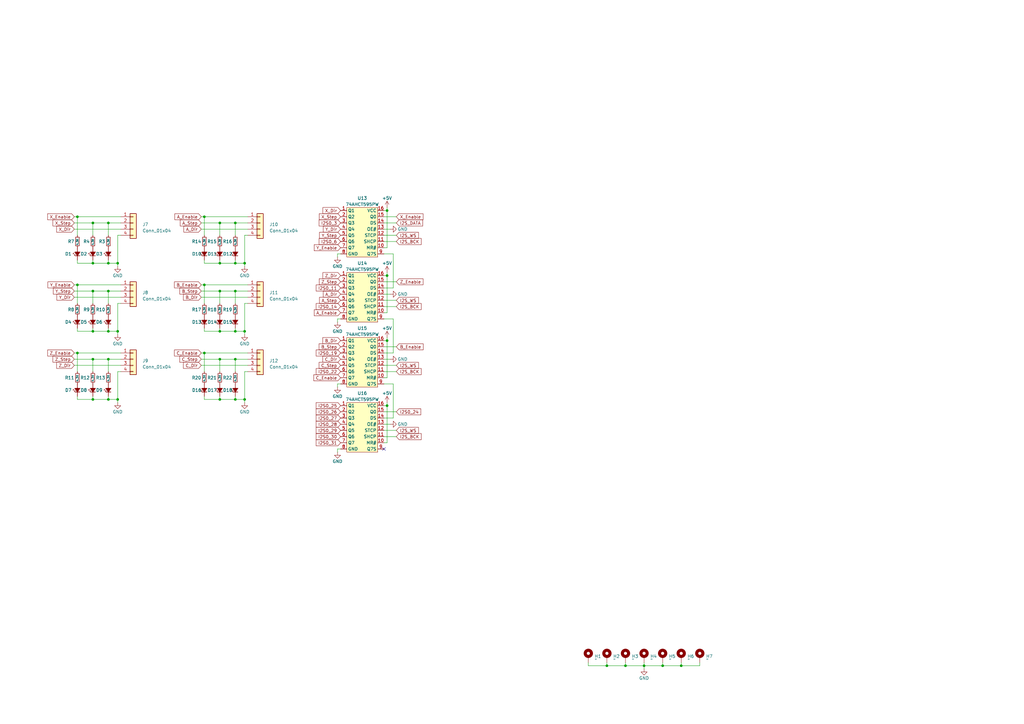
<source format=kicad_sch>
(kicad_sch (version 20230121) (generator eeschema)
  (paper "A3")
  (title_block (title "CNC Controller") (date "2023-03-09") (rev "2.0") (company "Torban Consulting / Cameron Eccleston") (comment 1 "Based on 6-Pack 2.0 External by Bdring"))
  (junction (at 31.75 116.84))
  (junction (at 44.45 163.83))
  (junction (at 949.96 256.54))
  (junction (at 544.83 219.71))
  (junction (at 83.82 116.84))
  (junction (at 553.72 207.01))
  (junction (at 100.33 135.89))
  (junction (at 896.62 252.73))
  (junction (at 44.45 91.44))
  (junction (at 44.45 107.95))
  (junction (at 796.29 207.01))
  (junction (at 628.65 219.71))
  (junction (at 83.82 88.9))
  (junction (at 90.17 119.38))
  (junction (at 762 238.76))
  (junction (at 31.75 88.9))
  (junction (at 810.26 219.71))
  (junction (at 96.52 147.32))
  (junction (at 923.29 227.33))
  (junction (at 535.94 219.71))
  (junction (at 264.16 273.05))
  (junction (at 633.73 250.19))
  (junction (at 256.54 273.05))
  (junction (at 828.04 207.01))
  (junction (at 928.37 227.33))
  (junction (at 908.05 250.19))
  (junction (at 566.42 207.01))
  (junction (at 675.64 256.54))
  (junction (at 38.1 163.83))
  (junction (at 48.26 135.89))
  (junction (at 38.1 91.44))
  (junction (at 487.68 238.76))
  (junction (at 537.21 285.75))
  (junction (at 654.05 227.33))
  (junction (at 44.45 119.38))
  (junction (at 521.97 209.55))
  (junction (at 38.1 119.38))
  (junction (at 819.15 207.01))
  (junction (at 96.52 91.44))
  (junction (at 675.64 240.03))
  (junction (at 38.1 147.32))
  (junction (at 96.52 135.89))
  (junction (at 637.54 252.73))
  (junction (at 48.26 163.83))
  (junction (at 651.51 227.33))
  (junction (at 629.92 247.65))
  (junction (at 622.3 247.65))
  (junction (at 38.1 135.89))
  (junction (at 90.17 107.95))
  (junction (at 819.15 219.71))
  (junction (at 100.33 107.95))
  (junction (at 96.52 163.83))
  (junction (at 896.62 247.65))
  (junction (at 158.75 86.36))
  (junction (at 622.3 252.73))
  (junction (at 38.1 107.95))
  (junction (at 828.04 219.71))
  (junction (at 485.14 285.75))
  (junction (at 515.62 223.52))
  (junction (at 90.17 91.44))
  (junction (at 44.45 135.89))
  (junction (at 100.33 163.83))
  (junction (at 90.17 135.89))
  (junction (at 544.83 207.01))
  (junction (at 949.96 240.03))
  (junction (at 96.52 119.38))
  (junction (at 248.92 273.05))
  (junction (at 83.82 144.78))
  (junction (at 271.78 273.05))
  (junction (at 96.52 107.95))
  (junction (at 521.97 207.01))
  (junction (at 31.75 144.78))
  (junction (at 775.97 238.76))
  (junction (at 90.17 147.32))
  (junction (at 789.94 223.52))
  (junction (at 501.65 238.76))
  (junction (at 90.17 163.83))
  (junction (at 648.97 227.33))
  (junction (at 158.75 139.7))
  (junction (at 796.29 209.55))
  (junction (at 619.76 219.71))
  (junction (at 48.26 107.95))
  (junction (at 894.08 219.71))
  (junction (at 158.75 113.03))
  (junction (at 44.45 147.32))
  (junction (at 904.24 247.65))
  (junction (at 811.53 285.75))
  (junction (at 158.75 166.37))
  (junction (at 902.97 219.71))
  (junction (at 925.83 227.33))
  (junction (at 553.72 219.71))
  (junction (at 279.4 273.05))
  (junction (at 911.86 252.73))
  (junction (at 840.74 207.01))
  (no_connect (at 938.53 267.97))
  (no_connect (at 938.53 260.35))
  (no_connect (at 938.53 257.81))
  (no_connect (at 600.71 241.3))
  (no_connect (at 664.21 242.57))
  (no_connect (at 664.21 252.73))
  (no_connect (at 664.21 265.43))
  (no_connect (at 883.92 260.35))
  (no_connect (at 875.03 241.3))
  (no_connect (at 664.21 257.81))
  (no_connect (at 474.98 257.81))
  (no_connect (at 938.53 265.43))
  (no_connect (at 157.48 184.15))
  (no_connect (at 938.53 250.19))
  (no_connect (at 875.03 243.84))
  (no_connect (at 600.71 243.84))
  (no_connect (at 664.21 270.51))
  (no_connect (at 664.21 273.05))
  (no_connect (at 664.21 267.97))
  (no_connect (at 938.53 242.57))
  (no_connect (at 938.53 252.73))
  (no_connect (at 938.53 270.51))
  (no_connect (at 609.6 260.35))
  (no_connect (at 938.53 273.05))
  (no_connect (at 664.21 260.35))
  (no_connect (at 938.53 245.11))
  (no_connect (at 664.21 250.19))
  (no_connect (at 664.21 245.11))
  (no_connect (at 474.98 275.59))
  (wire (pts (xy 749.3 245.11) (xy 749.3 238.76)))
  (wire (pts (xy 675.64 240.03) (xy 676.91 240.03)))
  (wire (pts (xy 544.83 219.71) (xy 553.72 219.71)))
  (wire (pts (xy 82.55 91.44) (xy 90.17 91.44)))
  (wire (pts (xy 599.44 251.46) (xy 599.44 252.73)))
  (wire (pts (xy 593.09 257.81) (xy 593.09 260.35)))
  (wire (pts (xy 38.1 119.38) (xy 44.45 119.38)))
  (wire (pts (xy 791.21 223.52) (xy 789.94 223.52)))
  (wire (pts (xy 566.42 207.01) (xy 566.42 208.28)))
  (wire (pts (xy 873.76 257.81) (xy 873.76 260.35)))
  (wire (pts (xy 619.76 219.71) (xy 628.65 219.71)))
  (wire (pts (xy 38.1 107.95) (xy 44.45 107.95)))
  (wire (pts (xy 90.17 147.32) (xy 96.52 147.32)))
  (wire (pts (xy 241.3 271.78) (xy 241.3 273.05)))
  (wire (pts (xy 537.21 229.87) (xy 535.94 229.87)))
  (wire (pts (xy 161.29 104.14) (xy 161.29 118.11)))
  (wire (pts (xy 83.82 88.9) (xy 101.6 88.9)))
  (wire (pts (xy 896.62 247.65) (xy 896.62 245.11)))
  (wire (pts (xy 593.09 248.92) (xy 593.09 252.73)))
  (wire (pts (xy 500.38 236.22) (xy 501.65 236.22)))
  (wire (pts (xy 875.03 248.92) (xy 867.41 248.92)))
  (wire (pts (xy 264.16 273.05) (xy 271.78 273.05)))
  (wire (pts (xy 828.04 219.71) (xy 840.74 219.71)))
  (wire (pts (xy 810.26 229.87) (xy 810.26 233.68)))
  (wire (pts (xy 828.04 210.82) (xy 828.04 207.01)))
  (wire (pts (xy 83.82 116.84) (xy 101.6 116.84)))
  (wire (pts (xy 867.41 248.92) (xy 867.41 252.73)))
  (wire (pts (xy 775.97 238.76) (xy 777.24 238.76)))
  (wire (pts (xy 264.16 271.78) (xy 264.16 273.05)))
  (wire (pts (xy 895.35 252.73) (xy 896.62 252.73)))
  (wire (pts (xy 828.04 207.01) (xy 840.74 207.01)))
  (wire (pts (xy 139.7 157.48) (xy 138.43 157.48)))
  (wire (pts (xy 689.61 262.89) (xy 690.88 262.89)))
  (wire (pts (xy 158.75 86.36) (xy 158.75 101.6)))
  (wire (pts (xy 925.83 227.33) (xy 925.83 229.87)))
  (wire (pts (xy 83.82 135.89) (xy 90.17 135.89)))
  (wire (pts (xy 673.1 247.65) (xy 673.1 256.54)))
  (wire (pts (xy 952.5 247.65) (xy 949.96 245.11)))
  (wire (pts (xy 474.98 245.11) (xy 474.98 238.76)))
  (wire (pts (xy 48.26 152.4) (xy 49.53 152.4)))
  (wire (pts (xy 553.72 219.71) (xy 566.42 219.71)))
  (wire (pts (xy 158.75 113.03) (xy 157.48 113.03)))
  (wire (pts (xy 548.64 405.13) (xy 548.64 406.4)))
  (wire (pts (xy 963.93 250.19) (xy 961.39 247.65)))
  (wire (pts (xy 762 229.87) (xy 762 231.14)))
  (wire (pts (xy 501.65 238.76) (xy 502.92 238.76)))
  (wire (pts (xy 961.39 248.92) (xy 952.5 248.92)))
  (wire (pts (xy 654.05 227.33) (xy 655.32 227.33)))
  (wire (pts (xy 923.29 227.33) (xy 925.83 227.33)))
  (wire (pts (xy 287.02 271.78) (xy 287.02 273.05)))
  (wire (pts (xy 158.75 139.7) (xy 157.48 139.7)))
  (wire (pts (xy 96.52 91.44) (xy 96.52 96.52)))
  (wire (pts (xy 96.52 135.89) (xy 100.33 135.89)))
  (wire (pts (xy 629.92 241.3) (xy 629.92 247.65)))
  (wire (pts (xy 821.69 365.76) (xy 821.69 367.03)))
  (wire (pts (xy 30.48 144.78) (xy 31.75 144.78)))
  (wire (pts (xy 622.3 252.73) (xy 637.54 252.73)))
  (wire (pts (xy 821.69 402.59) (xy 821.69 403.86)))
  (wire (pts (xy 100.33 107.95) (xy 100.33 109.22)))
  (wire (pts (xy 157.48 128.27) (xy 158.75 128.27)))
  (wire (pts (xy 241.3 273.05) (xy 248.92 273.05)))
  (wire (pts (xy 48.26 152.4) (xy 48.26 163.83)))
  (wire (pts (xy 44.45 107.95) (xy 48.26 107.95)))
  (wire (pts (xy 157.48 91.44) (xy 162.56 91.44)))
  (wire (pts (xy 528.32 207.01) (xy 521.97 207.01)))
  (wire (pts (xy 628.65 219.71) (xy 628.65 220.98)))
  (wire (pts (xy 821.69 328.93) (xy 821.69 330.2)))
  (wire (pts (xy 819.15 219.71) (xy 828.04 219.71)))
  (wire (pts (xy 810.26 220.98) (xy 810.26 219.71)))
  (wire (pts (xy 485.14 285.75) (xy 430.53 285.75)))
  (wire (pts (xy 547.37 368.3) (xy 548.64 368.3)))
  (wire (pts (xy 763.27 229.87) (xy 762 229.87)))
  (wire (pts (xy 30.48 91.44) (xy 38.1 91.44)))
  (wire (pts (xy 949.96 251.46) (xy 949.96 256.54)))
  (wire (pts (xy 82.55 93.98) (xy 101.6 93.98)))
  (wire (pts (xy 638.81 278.13) (xy 637.54 278.13)))
  (wire (pts (xy 161.29 171.45) (xy 157.48 171.45)))
  (wire (pts (xy 947.42 247.65) (xy 947.42 256.54)))
  (wire (pts (xy 923.29 227.33) (xy 923.29 229.87)))
  (wire (pts (xy 157.48 154.94) (xy 158.75 154.94)))
  (wire (pts (xy 949.96 240.03) (xy 949.96 245.11)))
  (wire (pts (xy 48.26 96.52) (xy 49.53 96.52)))
  (wire (pts (xy 31.75 106.68) (xy 31.75 107.95)))
  (wire (pts (xy 487.68 236.22) (xy 487.68 238.76)))
  (wire (pts (xy 840.74 207.01) (xy 842.01 207.01)))
  (wire (pts (xy 31.75 88.9) (xy 49.53 88.9)))
  (wire (pts (xy 947.42 256.54) (xy 949.96 256.54)))
  (wire (pts (xy 904.24 247.65) (xy 904.24 254)))
  (wire (pts (xy 96.52 163.83) (xy 100.33 163.83)))
  (wire (pts (xy 548.64 368.3) (xy 548.64 369.57)))
  (wire (pts (xy 82.55 149.86) (xy 101.6 149.86)))
  (wire (pts (xy 840.74 218.44) (xy 840.74 219.71)))
  (wire (pts (xy 31.75 163.83) (xy 38.1 163.83)))
  (wire (pts (xy 664.21 247.65) (xy 673.1 247.65)))
  (wire (pts (xy 749.3 238.76) (xy 750.57 238.76)))
  (wire (pts (xy 30.48 88.9) (xy 31.75 88.9)))
  (wire (pts (xy 157.48 101.6) (xy 158.75 101.6)))
  (wire (pts (xy 548.64 331.47) (xy 548.64 332.74)))
  (wire (pts (xy 256.54 271.78) (xy 256.54 273.05)))
  (wire (pts (xy 162.56 96.52) (xy 157.48 96.52)))
  (wire (pts (xy 38.1 135.89) (xy 44.45 135.89)))
  (wire (pts (xy 139.7 184.15) (xy 138.43 184.15)))
  (wire (pts (xy 902.97 219.71) (xy 894.08 219.71)))
  (wire (pts (xy 963.93 262.89) (xy 965.2 262.89)))
  (wire (pts (xy 90.17 106.68) (xy 90.17 107.95)))
  (wire (pts (xy 38.1 147.32) (xy 44.45 147.32)))
  (wire (pts (xy 162.56 125.73) (xy 157.48 125.73)))
  (wire (pts (xy 161.29 144.78) (xy 157.48 144.78)))
  (wire (pts (xy 83.82 163.83) (xy 90.17 163.83)))
  (wire (pts (xy 637.54 228.6) (xy 637.54 227.33)))
  (wire (pts (xy 157.48 104.14) (xy 161.29 104.14)))
  (wire (pts (xy 913.13 234.95) (xy 911.86 234.95)))
  (wire (pts (xy 873.76 251.46) (xy 873.76 252.73)))
  (wire (pts (xy 651.51 227.33) (xy 651.51 229.87)))
  (wire (pts (xy 538.48 285.75) (xy 537.21 285.75)))
  (wire (pts (xy 100.33 152.4) (xy 101.6 152.4)))
  (wire (pts (xy 90.17 119.38) (xy 90.17 124.46)))
  (wire (pts (xy 38.1 134.62) (xy 38.1 135.89)))
  (wire (pts (xy 896.62 252.73) (xy 911.86 252.73)))
  (wire (pts (xy 38.1 163.83) (xy 44.45 163.83)))
  (wire (pts (xy 96.52 91.44) (xy 101.6 91.44)))
  (wire (pts (xy 637.54 233.68) (xy 637.54 234.95)))
  (wire (pts (xy 622.3 250.19) (xy 633.73 250.19)))
  (wire (pts (xy 138.43 157.48) (xy 138.43 158.75)))
  (wire (pts (xy 38.1 162.56) (xy 38.1 163.83)))
  (wire (pts (xy 90.17 163.83) (xy 96.52 163.83)))
  (wire (pts (xy 83.82 116.84) (xy 83.82 124.46)))
  (wire (pts (xy 31.75 116.84) (xy 49.53 116.84)))
  (wire (pts (xy 30.48 119.38) (xy 38.1 119.38)))
  (wire (pts (xy 44.45 119.38) (xy 49.53 119.38)))
  (wire (pts (xy 779.78 223.52) (xy 779.78 224.79)))
  (wire (pts (xy 30.48 93.98) (xy 49.53 93.98)))
  (wire (pts (xy 796.29 219.71) (xy 810.26 219.71)))
  (wire (pts (xy 162.56 99.06) (xy 157.48 99.06)))
  (wire (pts (xy 963.93 234.95) (xy 963.93 233.68)))
  (wire (pts (xy 31.75 107.95) (xy 38.1 107.95)))
  (wire (pts (xy 488.95 229.87) (xy 487.68 229.87)))
  (wire (pts (xy 810.26 219.71) (xy 819.15 219.71)))
  (wire (pts (xy 633.73 250.19) (xy 633.73 254)))
  (wire (pts (xy 895.35 245.11) (xy 896.62 245.11)))
  (wire (pts (xy 629.92 219.71) (xy 628.65 219.71)))
  (wire (pts (xy 82.55 119.38) (xy 90.17 119.38)))
  (wire (pts (xy 162.56 123.19) (xy 157.48 123.19)))
  (wire (pts (xy 621.03 247.65) (xy 622.3 247.65)))
  (wire (pts (xy 789.94 223.52) (xy 789.94 224.79)))
  (wire (pts (xy 689.61 261.62) (xy 689.61 262.89)))
  (wire (pts (xy 48.26 124.46) (xy 48.26 135.89)))
  (wire (pts (xy 139.7 104.14) (xy 138.43 104.14)))
  (wire (pts (xy 82.55 116.84) (xy 83.82 116.84)))
  (wire (pts (xy 100.33 124.46) (xy 101.6 124.46)))
  (wire (pts (xy 819.15 215.9) (xy 819.15 219.71)))
  (wire (pts (xy 535.94 219.71) (xy 535.94 217.17)))
  (wire (pts (xy 30.48 121.92) (xy 49.53 121.92)))
  (wire (pts (xy 689.61 250.19) (xy 687.07 247.65)))
  (wire (pts (xy 904.24 219.71) (xy 902.97 219.71)))
  (wire (pts (xy 896.62 255.27) (xy 896.62 252.73)))
  (wire (pts (xy 38.1 91.44) (xy 44.45 91.44)))
  (wire (pts (xy 38.1 147.32) (xy 38.1 152.4)))
  (wire (pts (xy 811.53 285.75) (xy 810.26 285.75)))
  (wire (pts (xy 689.61 233.68) (xy 690.88 233.68)))
  (wire (pts (xy 487.68 238.76) (xy 501.65 238.76)))
  (wire (pts (xy 100.33 96.52) (xy 100.33 107.95)))
  (wire (pts (xy 515.62 223.52) (xy 515.62 224.79)))
  (wire (pts (xy 521.97 210.82) (xy 521.97 209.55)))
  (wire (pts (xy 158.75 138.43) (xy 158.75 139.7)))
  (wire (pts (xy 501.65 236.22) (xy 501.65 238.76)))
  (wire (pts (xy 622.3 247.65) (xy 622.3 245.11)))
  (wire (pts (xy 535.94 229.87) (xy 535.94 233.68)))
  (wire (pts (xy 952.5 248.92) (xy 949.96 251.46)))
  (wire (pts (xy 96.52 119.38) (xy 101.6 119.38)))
  (wire (pts (xy 675.64 240.03) (xy 675.64 245.11)))
  (wire (pts (xy 96.52 162.56) (xy 96.52 163.83)))
  (wire (pts (xy 44.45 134.62) (xy 44.45 135.89)))
  (wire (pts (xy 430.53 285.75) (xy 430.53 280.67)))
  (wire (pts (xy 609.6 220.98) (xy 609.6 219.71)))
  (wire (pts (xy 158.75 85.09) (xy 158.75 86.36)))
  (wire (pts (xy 913.13 252.73) (xy 911.86 252.73)))
  (wire (pts (xy 675.64 256.54) (xy 676.91 256.54)))
  (wire (pts (xy 637.54 284.48) (xy 637.54 285.75)))
  (wire (pts (xy 648.97 227.33) (xy 648.97 229.87)))
  (wire (pts (xy 31.75 162.56) (xy 31.75 163.83)))
  (wire (pts (xy 925.83 227.33) (xy 928.37 227.33)))
  (wire (pts (xy 651.51 227.33) (xy 648.97 227.33)))
  (wire (pts (xy 654.05 227.33) (xy 651.51 227.33)))
  (wire (pts (xy 160.02 93.98) (xy 157.48 93.98)))
  (wire (pts (xy 96.52 107.95) (xy 100.33 107.95)))
  (wire (pts (xy 96.52 134.62) (xy 96.52 135.89)))
  (wire (pts (xy 796.29 207.01) (xy 796.29 209.55)))
  (wire (pts (xy 553.72 215.9) (xy 553.72 219.71)))
  (wire (pts (xy 621.03 245.11) (xy 622.3 245.11)))
  (wire (pts (xy 48.26 163.83) (xy 48.26 165.1)))
  (wire (pts (xy 820.42 328.93) (xy 821.69 328.93)))
  (wire (pts (xy 762 236.22) (xy 762 238.76)))
  (wire (pts (xy 535.94 285.75) (xy 535.94 284.48)))
  (wire (pts (xy 810.26 219.71) (xy 810.26 217.17)))
  (wire (pts (xy 810.26 285.75) (xy 810.26 284.48)))
  (wire (pts (xy 82.55 88.9) (xy 83.82 88.9)))
  (wire (pts (xy 544.83 207.01) (xy 544.83 210.82)))
  (wire (pts (xy 911.86 228.6) (xy 911.86 227.33)))
  (wire (pts (xy 38.1 119.38) (xy 38.1 124.46)))
  (wire (pts (xy 158.75 113.03) (xy 158.75 128.27)))
  (wire (pts (xy 963.93 233.68) (xy 965.2 233.68)))
  (wire (pts (xy 82.55 147.32) (xy 90.17 147.32)))
  (wire (pts (xy 637.54 252.73) (xy 637.54 254)))
  (wire (pts (xy 157.48 130.81) (xy 161.29 130.81)))
  (wire (pts (xy 949.96 256.54) (xy 951.23 256.54)))
  (wire (pts (xy 952.5 247.65) (xy 961.39 247.65)))
  (wire (pts (xy 622.3 247.65) (xy 622.3 250.19)))
  (wire (pts (xy 485.14 270.51) (xy 485.14 285.75)))
  (wire (pts (xy 44.45 163.83) (xy 48.26 163.83)))
  (wire (pts (xy 637.54 278.13) (xy 637.54 279.4)))
  (wire (pts (xy 160.02 120.65) (xy 157.48 120.65)))
  (wire (pts (xy 44.45 119.38) (xy 44.45 124.46)))
  (wire (pts (xy 689.61 250.19) (xy 689.61 251.46)))
  (wire (pts (xy 100.33 124.46) (xy 100.33 135.89)))
  (wire (pts (xy 158.75 139.7) (xy 158.75 154.94)))
  (wire (pts (xy 802.64 207.01) (xy 796.29 207.01)))
  (wire (pts (xy 521.97 215.9) (xy 521.97 219.71)))
  (wire (pts (xy 90.17 134.62) (xy 90.17 135.89)))
  (wire (pts (xy 474.98 270.51) (xy 485.14 270.51)))
  (wire (pts (xy 553.72 210.82) (xy 553.72 207.01)))
  (wire (pts (xy 678.18 247.65) (xy 687.07 247.65)))
  (wire (pts (xy 949.96 240.03) (xy 951.23 240.03)))
  (wire (pts (xy 31.75 116.84) (xy 31.75 124.46)))
  (wire (pts (xy 248.92 273.05) (xy 256.54 273.05)))
  (wire (pts (xy 619.76 219.71) (xy 619.76 220.98)))
  (wire (pts (xy 521.97 209.55) (xy 523.24 209.55)))
  (wire (pts (xy 162.56 149.86) (xy 157.48 149.86)))
  (wire (pts (xy 83.82 144.78) (xy 83.82 152.4)))
  (wire (pts (xy 629.92 247.65) (xy 629.92 254)))
  (wire (pts (xy 609.6 219.71) (xy 619.76 219.71)))
  (wire (pts (xy 819.15 207.01) (xy 819.15 210.82)))
  (wire (pts (xy 162.56 176.53) (xy 157.48 176.53)))
  (wire (pts (xy 673.1 256.54) (xy 675.64 256.54)))
  (wire (pts (xy 811.53 285.75) (xy 811.53 287.02)))
  (wire (pts (xy 256.54 273.05) (xy 264.16 273.05)))
  (wire (pts (xy 138.43 104.14) (xy 138.43 105.41)))
  (wire (pts (xy 902.97 219.71) (xy 902.97 220.98)))
  (wire (pts (xy 31.75 144.78) (xy 31.75 152.4)))
  (wire (pts (xy 44.45 91.44) (xy 44.45 96.52)))
  (wire (pts (xy 963.93 261.62) (xy 963.93 262.89)))
  (wire (pts (xy 535.94 219.71) (xy 544.83 219.71)))
  (wire (pts (xy 248.92 271.78) (xy 248.92 273.05)))
  (wire (pts (xy 160.02 147.32) (xy 157.48 147.32)))
  (wire (pts (xy 83.82 162.56) (xy 83.82 163.83)))
  (wire (pts (xy 31.75 144.78) (xy 49.53 144.78)))
  (wire (pts (xy 48.26 135.89) (xy 48.26 137.16)))
  (wire (pts (xy 811.53 229.87) (xy 810.26 229.87)))
  (wire (pts (xy 83.82 144.78) (xy 101.6 144.78)))
  (wire (pts (xy 505.46 223.52) (xy 505.46 224.79)))
  (wire (pts (xy 538.48 284.48) (xy 538.48 285.75)))
  (wire (pts (xy 100.33 96.52) (xy 101.6 96.52)))
  (wire (pts (xy 762 238.76) (xy 775.97 238.76)))
  (wire (pts (xy 911.86 227.33) (xy 923.29 227.33)))
  (wire (pts (xy 600.71 248.92) (xy 593.09 248.92)))
  (wire (pts (xy 637.54 234.95) (xy 638.81 234.95)))
  (wire (pts (xy 875.03 251.46) (xy 873.76 251.46)))
  (wire (pts (xy 566.42 207.01) (xy 567.69 207.01)))
  (wire (pts (xy 48.26 107.95) (xy 48.26 109.22)))
  (wire (pts (xy 505.46 223.52) (xy 515.62 223.52)))
  (wire (pts (xy 812.8 285.75) (xy 811.53 285.75)))
  (wire (pts (xy 904.24 241.3) (xy 904.24 247.65)))
  (wire (pts (xy 543.56 207.01) (xy 544.83 207.01)))
  (wire (pts (xy 913.13 278.13) (xy 911.86 278.13)))
  (wire (pts (xy 896.62 247.65) (xy 896.62 250.19)))
  (wire (pts (xy 521.97 219.71) (xy 535.94 219.71)))
  (wire (pts (xy 796.29 210.82) (xy 796.29 209.55)))
  (wire (pts (xy 544.83 215.9) (xy 544.83 219.71)))
  (wire (pts (xy 158.75 166.37) (xy 158.75 181.61)))
  (wire (pts (xy 486.41 238.76) (xy 487.68 238.76)))
  (wire (pts (xy 963.93 245.11) (xy 963.93 246.38)))
  (wire (pts (xy 90.17 147.32) (xy 90.17 152.4)))
  (wire (pts (xy 774.7 236.22) (xy 775.97 236.22)))
  (wire (pts (xy 678.18 247.65) (xy 675.64 245.11)))
  (wire (pts (xy 162.56 168.91) (xy 157.48 168.91)))
  (wire (pts (xy 902.97 241.3) (xy 904.24 241.3)))
  (wire (pts (xy 158.75 166.37) (xy 157.48 166.37)))
  (wire (pts (xy 100.33 152.4) (xy 100.33 163.83)))
  (wire (pts (xy 896.62 247.65) (xy 895.35 247.65)))
  (wire (pts (xy 622.3 255.27) (xy 622.3 252.73)))
  (wire (pts (xy 90.17 91.44) (xy 90.17 96.52)))
  (wire (pts (xy 760.73 238.76) (xy 762 238.76)))
  (wire (pts (xy 817.88 207.01) (xy 819.15 207.01)))
  (wire (pts (xy 547.37 405.13) (xy 548.64 405.13)))
  (wire (pts (xy 90.17 119.38) (xy 96.52 119.38)))
  (wire (pts (xy 161.29 130.81) (xy 161.29 144.78)))
  (wire (pts (xy 82.55 144.78) (xy 83.82 144.78)))
  (wire (pts (xy 83.82 134.62) (xy 83.82 135.89)))
  (wire (pts (xy 621.03 255.27) (xy 622.3 255.27)))
  (wire (pts (xy 638.81 250.19) (xy 633.73 250.19)))
  (wire (pts (xy 938.53 240.03) (xy 949.96 240.03)))
  (wire (pts (xy 44.45 147.32) (xy 49.53 147.32)))
  (wire (pts (xy 162.56 152.4) (xy 157.48 152.4)))
  (wire (pts (xy 162.56 142.24) (xy 157.48 142.24)))
  (wire (pts (xy 566.42 218.44) (xy 566.42 219.71)))
  (wire (pts (xy 44.45 135.89) (xy 48.26 135.89)))
  (wire (pts (xy 812.8 284.48) (xy 812.8 285.75)))
  (wire (pts (xy 654.05 227.33) (xy 654.05 229.87)))
  (wire (pts (xy 162.56 88.9) (xy 157.48 88.9)))
  (wire (pts (xy 913.13 250.19) (xy 908.05 250.19)))
  (wire (pts (xy 31.75 88.9) (xy 31.75 96.52)))
  (wire (pts (xy 938.53 247.65) (xy 947.42 247.65)))
  (wire (pts (xy 161.29 118.11) (xy 157.48 118.11)))
  (wire (pts (xy 553.72 207.01) (xy 566.42 207.01)))
  (wire (pts (xy 48.26 124.46) (xy 49.53 124.46)))
  (wire (pts (xy 628.65 241.3) (xy 629.92 241.3)))
  (wire (pts (xy 544.83 207.01) (xy 553.72 207.01)))
  (wire (pts (xy 44.45 162.56) (xy 44.45 163.83)))
  (wire (pts (xy 599.44 257.81) (xy 599.44 260.35)))
  (wire (pts (xy 31.75 134.62) (xy 31.75 135.89)))
  (wire (pts (xy 911.86 234.95) (xy 911.86 233.68)))
  (wire (pts (xy 828.04 215.9) (xy 828.04 219.71)))
  (wire (pts (xy 157.48 157.48) (xy 161.29 157.48)))
  (wire (pts (xy 271.78 273.05) (xy 279.4 273.05)))
  (wire (pts (xy 600.71 251.46) (xy 599.44 251.46)))
  (wire (pts (xy 90.17 135.89) (xy 96.52 135.89)))
  (wire (pts (xy 547.37 331.47) (xy 548.64 331.47)))
  (wire (pts (xy 762 240.03) (xy 762 238.76)))
  (wire (pts (xy 515.62 223.52) (xy 516.89 223.52)))
  (wire (pts (xy 883.92 219.71) (xy 883.92 220.98)))
  (wire (pts (xy 44.45 91.44) (xy 49.53 91.44)))
  (wire (pts (xy 30.48 149.86) (xy 49.53 149.86)))
  (wire (pts (xy 911.86 278.13) (xy 911.86 279.4)))
  (wire (pts (xy 138.43 184.15) (xy 138.43 185.42)))
  (wire (pts (xy 521.97 207.01) (xy 521.97 209.55)))
  (wire (pts (xy 161.29 157.48) (xy 161.29 171.45)))
  (wire (pts (xy 162.56 115.57) (xy 157.48 115.57)))
  (wire (pts (xy 535.94 220.98) (xy 535.94 219.71)))
  (wire (pts (xy 83.82 88.9) (xy 83.82 96.52)))
  (wire (pts (xy 96.52 147.32) (xy 96.52 152.4)))
  (wire (pts (xy 664.21 240.03) (xy 675.64 240.03)))
  (wire (pts (xy 162.56 179.07) (xy 157.48 179.07)))
  (wire (pts (xy 44.45 147.32) (xy 44.45 152.4)))
  (wire (pts (xy 158.75 86.36) (xy 157.48 86.36)))
  (wire (pts (xy 487.68 240.03) (xy 487.68 238.76)))
  (wire (pts (xy 820.42 365.76) (xy 821.69 365.76)))
  (wire (pts (xy 487.68 229.87) (xy 487.68 231.14)))
  (wire (pts (xy 96.52 106.68) (xy 96.52 107.95)))
  (wire (pts (xy 689.61 245.11) (xy 689.61 246.38)))
  (wire (pts (xy 840.74 207.01) (xy 840.74 208.28)))
  (wire (pts (xy 430.53 280.67) (xy 431.8 280.67)))
  (wire (pts (xy 689.61 234.95) (xy 689.61 233.68)))
  (wire (pts (xy 895.35 255.27) (xy 896.62 255.27)))
  (wire (pts (xy 90.17 107.95) (xy 96.52 107.95)))
  (wire (pts (xy 100.33 163.83) (xy 100.33 165.1)))
  (wire (pts (xy 279.4 273.05) (xy 287.02 273.05)))
  (wire (pts (xy 90.17 91.44) (xy 96.52 91.44)))
  (wire (pts (xy 48.26 96.52) (xy 48.26 107.95)))
  (wire (pts (xy 158.75 111.76) (xy 158.75 113.03)))
  (wire (pts (xy 38.1 91.44) (xy 38.1 96.52)))
  (wire (pts (xy 100.33 135.89) (xy 100.33 137.16)))
  (wire (pts (xy 279.4 271.78) (xy 279.4 273.05)))
  (wire (pts (xy 82.55 121.92) (xy 101.6 121.92)))
  (wire (pts (xy 160.02 173.99) (xy 157.48 173.99)))
  (wire (pts (xy 537.21 285.75) (xy 537.21 287.02)))
  (wire (pts (xy 90.17 162.56) (xy 90.17 163.83)))
  (wire (pts (xy 271.78 271.78) (xy 271.78 273.05)))
  (wire (pts (xy 911.86 252.73) (xy 911.86 254)))
  (wire (pts (xy 687.07 248.92) (xy 678.18 248.92)))
  (wire (pts (xy 638.81 252.73) (xy 637.54 252.73)))
  (wire (pts (xy 139.7 130.81) (xy 138.43 130.81)))
  (wire (pts (xy 775.97 238.76) (xy 775.97 236.22)))
  (wire (pts (xy 913.13 247.65) (xy 904.24 247.65)))
  (wire (pts (xy 537.21 285.75) (xy 535.94 285.75)))
  (wire (pts (xy 678.18 248.92) (xy 675.64 251.46)))
  (wire (pts (xy 474.98 238.76) (xy 476.25 238.76)))
  (wire (pts (xy 908.05 250.19) (xy 908.05 254)))
  (wire (pts (xy 963.93 250.19) (xy 963.93 251.46)))
  (wire (pts (xy 621.03 252.73) (xy 622.3 252.73)))
  (wire (pts (xy 264.16 273.05) (xy 264.16 274.32)))
  (wire (pts (xy 796.29 215.9) (xy 796.29 219.71)))
  (wire (pts (xy 928.37 227.33) (xy 928.37 229.87)))
  (wire (pts (xy 789.94 223.52) (xy 779.78 223.52)))
  (wire (pts (xy 30.48 116.84) (xy 31.75 116.84)))
  (wire (pts (xy 675.64 251.46) (xy 675.64 256.54)))
  (wire (pts (xy 96.52 147.32) (xy 101.6 147.32)))
  (wire (pts (xy 911.86 284.48) (xy 911.86 285.75)))
  (wire (pts (xy 44.45 106.68) (xy 44.45 107.95)))
  (wire (pts (xy 30.48 147.32) (xy 38.1 147.32)))
  (wire (pts (xy 38.1 106.68) (xy 38.1 107.95)))
  (wire (pts (xy 138.43 130.81) (xy 138.43 132.08)))
  (wire (pts (xy 819.15 207.01) (xy 828.04 207.01)))
  (wire (pts (xy 157.48 181.61) (xy 158.75 181.61)))
  (wire (pts (xy 96.52 119.38) (xy 96.52 124.46)))
  (wire (pts (xy 638.81 247.65) (xy 629.92 247.65)))
  (wire (pts (xy 637.54 227.33) (xy 648.97 227.33)))
  (wire (pts (xy 867.41 257.81) (xy 867.41 260.35)))
  (wire (pts (xy 896.62 250.19) (xy 908.05 250.19)))
  (wire (pts (xy 158.75 165.1) (xy 158.75 166.37)))
  (wire (pts (xy 83.82 107.95) (xy 90.17 107.95)))
  (wire (pts (xy 894.08 219.71) (xy 883.92 219.71)))
  (wire (pts (xy 963.93 246.38) (xy 961.39 248.92)))
  (wire (pts (xy 796.29 209.55) (xy 797.56 209.55)))
  (wire (pts (xy 894.08 219.71) (xy 894.08 220.98)))
  (wire (pts (xy 83.82 106.68) (xy 83.82 107.95)))
  (wire (pts (xy 820.42 402.59) (xy 821.69 402.59)))
  (wire (pts (xy 31.75 135.89) (xy 38.1 135.89)))
  (wire (pts (xy 928.37 227.33) (xy 929.64 227.33)))
  (wire (pts (xy 689.61 246.38) (xy 687.07 248.92)))
  (text "SD Card" (at 467.36 290.83 0) (effects (font (size 2.9972 2.9972) (thickness 0.5994) bold) (justify right bottom)))
  (text "Notes:\n- ESP32 with antenna only available with 4mb flash at jlcpcb. which should work with fluidnc\n- \n" (at 422.91 19.05 0) (effects (font (size 4 4)) (justify left bottom)))
  (global_label "A_GPIO_16" (shape input) (at 495.3 350.52 0) (property "Intersheetrefs" "${INTERSHEET_REFS}" (effects hide)))
  (global_label "B_GPIO_3" (shape input) (at 843.28 241.3 0) (property "Intersheetrefs" "${INTERSHEET_REFS}" (effects hide)))
  (global_label "B_GPIO_1" (shape input) (at 887.73 313.69 0) (property "Intersheetrefs" "${INTERSHEET_REFS}" (effects hide)))
  (global_label "A_VCC" (shape input) (at 474.98 265.43 0) (property "Intersheetrefs" "${INTERSHEET_REFS}" (effects hide)))
  (global_label "B_GPIO_27" (shape input) (at 887.73 379.73 0) (property "Intersheetrefs" "${INTERSHEET_REFS}" (effects hide)))
  (global_label "A_GPIO_18" (shape input) (at 495.3 355.6 0) (property "Intersheetrefs" "${INTERSHEET_REFS}" (effects hide)))
  (global_label "B_GPIO_31" (shape input) (at 871.22 389.89 0) (property "Intersheetrefs" "${INTERSHEET_REFS}" (effects hide)))
  (global_label "A_RTS" (shape input) (at 664.21 240.03 0) (property "Intersheetrefs" "${INTERSHEET_REFS}" (effects hide)))
  (global_label "A_GPIO_38" (shape input) (at 495.3 406.4 0) (property "Intersheetrefs" "${INTERSHEET_REFS}" (effects hide)))
  (global_label "B_GPIO_21" (shape input) (at 887.73 364.49 0) (property "Intersheetrefs" "${INTERSHEET_REFS}" (effects hide)))
  (global_label "Y_Enable" (shape input) (at 139.7 101.6 180) (property "Intersheetrefs" "${INTERSHEET_REFS}" (effects hide)))
  (global_label "A_GPIO_30" (shape input) (at 478.79 386.08 0) (property "Intersheetrefs" "${INTERSHEET_REFS}" (effects hide)))
  (global_label "A_GPIO_3" (shape input) (at 495.3 317.5 0) (property "Intersheetrefs" "${INTERSHEET_REFS}" (effects hide)))
  (global_label "A_Enable" (shape input) (at 82.55 88.9 180) (property "Intersheetrefs" "${INTERSHEET_REFS}" (effects hide)))
  (global_label "I2S0_30" (shape input) (at 139.7 179.07 180) (property "Intersheetrefs" "${INTERSHEET_REFS}" (effects hide)))
  (global_label "A_SCLK" (shape input) (at 502.92 256.54 180) (property "Intersheetrefs" "${INTERSHEET_REFS}" (effects hide)))
  (global_label "A_GPIO_29" (shape input) (at 495.3 383.54 0) (property "Intersheetrefs" "${INTERSHEET_REFS}" (effects hide)))
  (global_label "B_GPIO_20" (shape input) (at 887.73 361.95 0) (property "Intersheetrefs" "${INTERSHEET_REFS}" (effects hide)))
  (global_label "Y_Dir" (shape input) (at 139.7 93.98 180) (property "Intersheetrefs" "${INTERSHEET_REFS}" (effects hide)))
  (global_label "A_GPIO_20" (shape input) (at 478.79 360.68 0) (property "Intersheetrefs" "${INTERSHEET_REFS}" (effects hide)))
  (global_label "B_GPIO_15" (shape input) (at 887.73 349.25 0) (property "Intersheetrefs" "${INTERSHEET_REFS}" (effects hide)))
  (global_label "A_Dir" (shape input) (at 139.7 120.65 180) (property "Intersheetrefs" "${INTERSHEET_REFS}" (effects hide)))
  (global_label "B_Enable" (shape input) (at 82.55 116.84 180) (property "Intersheetrefs" "${INTERSHEET_REFS}" (effects hide)))
  (global_label "A_GPIO_23" (shape input) (at 568.96 271.78 0) (property "Intersheetrefs" "${INTERSHEET_REFS}" (effects hide)))
  (global_label "B_SDA" (shape input) (at 843.28 266.7 0) (property "Intersheetrefs" "${INTERSHEET_REFS}" (effects hide)))
  (global_label "A_MOSI" (shape input) (at 547.37 360.68 0) (property "Intersheetrefs" "${INTERSHEET_REFS}" (effects hide)))
  (global_label "B_RXD0" (shape input) (at 777.24 264.16 180) (property "Intersheetrefs" "${INTERSHEET_REFS}" (effects hide)))
  (global_label "B_GPIO_17" (shape input) (at 887.73 354.33 0) (property "Intersheetrefs" "${INTERSHEET_REFS}" (effects hide)))
  (global_label "B_GPIO_40" (shape input) (at 871.22 412.75 0) (property "Intersheetrefs" "${INTERSHEET_REFS}" (effects hide)))
  (global_label "A_MISO" (shape input) (at 502.92 251.46 180) (property "Intersheetrefs" "${INTERSHEET_REFS}" (effects hide)))
  (global_label "B_SCLK" (shape input) (at 777.24 256.54 180) (property "Intersheetrefs" "${INTERSHEET_REFS}" (effects hide)))
  (global_label "B_Dir" (shape input) (at 139.7 139.7 180) (property "Intersheetrefs" "${INTERSHEET_REFS}" (effects hide)))
  (global_label "B_GPIO_0" (shape input) (at 972.82 233.68 0) (property "Intersheetrefs" "${INTERSHEET_REFS}" (effects hide)))
  (global_label "A_VCC" (shape input) (at 547.37 345.44 0) (property "Intersheetrefs" "${INTERSHEET_REFS}" (effects hide)))
  (global_label "A_GPIO_0" (shape input) (at 568.96 246.38 0) (property "Intersheetrefs" "${INTERSHEET_REFS}" (effects hide)))
  (global_label "A_VCC" (shape input) (at 655.32 227.33 0) (property "Intersheetrefs" "${INTERSHEET_REFS}" (effects hide)))
  (global_label "I2S_WS" (shape input) (at 162.56 176.53 0) (property "Intersheetrefs" "${INTERSHEET_REFS}" (effects hide)))
  (global_label "B_RESET" (shape input) (at 972.82 262.89 0) (property "Intersheetrefs" "${INTERSHEET_REFS}" (effects hide)))
  (global_label "A_MOSI" (shape input) (at 547.37 323.85 0) (property "Intersheetrefs" "${INTERSHEET_REFS}" (effects hide)))
  (global_label "B_CC2" (shape input) (at 875.03 251.46 180) (property "Intersheetrefs" "${INTERSHEET_REFS}" (effects hide)))
  (global_label "A_CS_SD" (shape input) (at 474.98 260.35 0) (property "Intersheetrefs" "${INTERSHEET_REFS}" (effects hide)))
  (global_label "B_GPIO_32" (shape input) (at 777.24 243.84 180) (property "Intersheetrefs" "${INTERSHEET_REFS}" (effects hide)))
  (global_label "A_GPIO_36" (shape input) (at 495.3 401.32 0) (property "Intersheetrefs" "${INTERSHEET_REFS}" (effects hide)))
  (global_label "A_GPIO_24" (shape input) (at 478.79 370.84 0) (property "Intersheetrefs" "${INTERSHEET_REFS}" (effects hide)))
  (global_label "I2S0_25" (shape input) (at 139.7 166.37 180) (property "Intersheetrefs" "${INTERSHEET_REFS}" (effects hide)))
  (global_label "A_GPIO_29" (shape input) (at 478.79 383.54 0) (property "Intersheetrefs" "${INTERSHEET_REFS}" (effects hide)))
  (global_label "A_SCL" (shape input) (at 563.88 314.96 0) (property "Intersheetrefs" "${INTERSHEET_REFS}" (effects hide)))
  (global_label "A_GPIO_4" (shape input) (at 568.96 251.46 0) (property "Intersheetrefs" "${INTERSHEET_REFS}" (effects hide)))
  (global_label "I2S0_31" (shape input) (at 139.7 181.61 180) (property "Intersheetrefs" "${INTERSHEET_REFS}" (effects hide)))
  (global_label "A_GPIO_22" (shape input) (at 495.3 365.76 0) (property "Intersheetrefs" "${INTERSHEET_REFS}" (effects hide)))
  (global_label "B_RTS" (shape input) (at 938.53 240.03 0) (property "Intersheetrefs" "${INTERSHEET_REFS}" (effects hide)))
  (global_label "B_GPIO_1" (shape input) (at 843.28 238.76 0) (property "Intersheetrefs" "${INTERSHEET_REFS}" (effects hide)))
  (global_label "A_VCC" (shape input) (at 547.37 308.61 0) (property "Intersheetrefs" "${INTERSHEET_REFS}" (effects hide)))
  (global_label "A_GPIO_13" (shape input) (at 495.3 342.9 0) (property "Intersheetrefs" "${INTERSHEET_REFS}" (effects hide)))
  (global_label "B_D-" (shape input) (at 896.62 247.65 0) (property "Intersheetrefs" "${INTERSHEET_REFS}" (effects hide)))
  (global_label "I2S_DATA" (shape input) (at 162.56 91.44 0) (property "Intersheetrefs" "${INTERSHEET_REFS}" (effects hide)))
  (global_label "A_VCC" (shape input) (at 547.37 382.27 0) (property "Intersheetrefs" "${INTERSHEET_REFS}" (effects hide)))
  (global_label "A_TXD0" (shape input) (at 664.21 237.49 0) (property "Intersheetrefs" "${INTERSHEET_REFS}" (effects hide)))
  (global_label "C_Dir" (shape input) (at 82.55 149.86 180) (property "Intersheetrefs" "${INTERSHEET_REFS}" (effects hide)))
  (global_label "A_GPIO_15" (shape input) (at 495.3 347.98 0) (property "Intersheetrefs" "${INTERSHEET_REFS}" (effects hide)))
  (global_label "A_SCL" (shape input) (at 562.61 388.62 0) (property "Intersheetrefs" "${INTERSHEET_REFS}" (effects hide)))
  (global_label "X_Dir" (shape input) (at 30.48 93.98 180) (property "Intersheetrefs" "${INTERSHEET_REFS}" (effects hide)))
  (global_label "B_VCC" (shape input) (at 842.01 207.01 0) (property "Intersheetrefs" "${INTERSHEET_REFS}" (effects hide)))
  (global_label "B_GPIO_31" (shape input) (at 887.73 389.89 0) (property "Intersheetrefs" "${INTERSHEET_REFS}" (effects hide)))
  (global_label "B_GPIO_23" (shape input) (at 843.28 271.78 0) (property "Intersheetrefs" "${INTERSHEET_REFS}" (effects hide)))
  (global_label "B_GPIO_24" (shape input) (at 887.73 372.11 0) (property "Intersheetrefs" "${INTERSHEET_REFS}" (effects hide)))
  (global_label "B_DTR" (shape input) (at 938.53 247.65 0) (property "Intersheetrefs" "${INTERSHEET_REFS}" (effects hide)))
  (global_label "B_VCC" (shape input) (at 820.42 306.07 0) (property "Intersheetrefs" "${INTERSHEET_REFS}" (effects hide)))
  (global_label "A_VCC" (shape input) (at 537.21 229.87 0) (property "Intersheetrefs" "${INTERSHEET_REFS}" (effects hide)))
  (global_label "I2S_WS" (shape input) (at 162.56 96.52 0) (property "Intersheetrefs" "${INTERSHEET_REFS}" (effects hide)))
  (global_label "B_CS" (shape input) (at 777.24 259.08 180) (property "Intersheetrefs" "${INTERSHEET_REFS}" (effects hide)))
  (global_label "I2S_WS" (shape input) (at 162.56 149.86 0) (property "Intersheetrefs" "${INTERSHEET_REFS}" (effects hide)))
  (global_label "A_SDA" (shape input) (at 563.88 312.42 0) (property "Intersheetrefs" "${INTERSHEET_REFS}" (effects hide)))
  (global_label "A_MOSI" (shape input) (at 502.92 254 180) (property "Intersheetrefs" "${INTERSHEET_REFS}" (effects hide)))
  (global_label "B_GPIO_30" (shape input) (at 871.22 387.35 0) (property "Intersheetrefs" "${INTERSHEET_REFS}" (effects hide)))
  (global_label "X_Dir" (shape input) (at 139.7 86.36 180) (property "Intersheetrefs" "${INTERSHEET_REFS}" (effects hide)))
  (global_label "B_SCLK" (shape input) (at 820.42 355.6 0) (property "Intersheetrefs" "${INTERSHEET_REFS}" (effects hide)))
  (global_label "C_Enable" (shape input) (at 139.7 154.94 180) (property "Intersheetrefs" "${INTERSHEET_REFS}" (effects hide)))
  (global_label "A_GPIO_17" (shape input) (at 568.96 259.08 0) (property "Intersheetrefs" "${INTERSHEET_REFS}" (effects hide)))
  (global_label "B_GPIO_19" (shape input) (at 843.28 264.16 0) (property "Intersheetrefs" "${INTERSHEET_REFS}" (effects hide)))
  (global_label "A_VCC" (shape input) (at 488.95 229.87 0) (property "Intersheetrefs" "${INTERSHEET_REFS}" (effects hide)))
  (global_label "Z_Enable" (shape input) (at 162.56 115.57 0) (property "Intersheetrefs" "${INTERSHEET_REFS}" (effects hide)))
  (global_label "B_MISO" (shape input) (at 820.42 400.05 0) (property "Intersheetrefs" "${INTERSHEET_REFS}" (effects hide)))
  (global_label "I2S0_6" (shape input) (at 139.7 99.06 180) (property "Intersheetrefs" "${INTERSHEET_REFS}" (effects hide)))
  (global_label "B_SCL" (shape input) (at 843.28 269.24 0) (property "Intersheetrefs" "${INTERSHEET_REFS}" (effects hide)))
  (global_label "I2S_BCK" (shape input) (at 162.56 179.07 0) (property "Intersheetrefs" "${INTERSHEET_REFS}" (effects hide)))
  (global_label "Y_Step" (shape input) (at 139.7 96.52 180) (property "Intersheetrefs" "${INTERSHEET_REFS}" (effects hide)))
  (global_label "B_GPIO_16" (shape input) (at 887.73 351.79 0) (property "Intersheetrefs" "${INTERSHEET_REFS}" (effects hide)))
  (global_label "B_RXD0" (shape input) (at 938.53 234.95 0) (property "Intersheetrefs" "${INTERSHEET_REFS}" (effects hide)))
  (global_label "B_VCC" (shape input) (at 791.21 223.52 0) (property "Intersheetrefs" "${INTERSHEET_REFS}" (effects hide)))
  (global_label "B_GPIO_4" (shape input) (at 843.28 251.46 0) (property "Intersheetrefs" "${INTERSHEET_REFS}" (effects hide)))
  (global_label "B_VCC" (shape input) (at 811.53 229.87 0) (property "Intersheetrefs" "${INTERSHEET_REFS}" (effects hide)))
  (global_label "B_SDA" (shape input) (at 838.2 309.88 0) (property "Intersheetrefs" "${INTERSHEET_REFS}" (effects hide)))
  (global_label "A_GPIO_31" (shape input) (at 495.3 388.62 0) (property "Intersheetrefs" "${INTERSHEET_REFS}" (effects hide)))
  (global_label "A_MOSI" (shape input) (at 474.98 262.89 0) (property "Intersheetrefs" "${INTERSHEET_REFS}" (effects hide)))
  (global_label "B_RESET" (shape input) (at 774.7 236.22 180) (property "Intersheetrefs" "${INTERSHEET_REFS}" (effects hide)))
  (global_label "B_VCC" (shape input) (at 929.64 227.33 0) (property "Intersheetrefs" "${INTERSHEET_REFS}" (effects hide)))
  (global_label "A_Step" (shape input) (at 139.7 123.19 180) (property "Intersheetrefs" "${INTERSHEET_REFS}" (effects hide)))
  (global_label "A_GPIO_23" (shape input) (at 495.3 368.3 0) (property "Intersheetrefs" "${INTERSHEET_REFS}" (effects hide)))
  (global_label "A_GPIO_32" (shape input) (at 502.92 243.84 180) (property "Intersheetrefs" "${INTERSHEET_REFS}" (effects hide)))
  (global_label "B_CC1" (shape input) (at 875.03 248.92 180) (property "Intersheetrefs" "${INTERSHEET_REFS}" (effects hide)))
  (global_label "A_CS_SD" (shape input) (at 502.92 259.08 180) (property "Intersheetrefs" "${INTERSHEET_REFS}" (effects hide)))
  (global_label "A_Step" (shape input) (at 82.55 91.44 180) (property "Intersheetrefs" "${INTERSHEET_REFS}" (effects hide)))
  (global_label "Y_Step" (shape input) (at 30.48 119.38 180) (property "Intersheetrefs" "${INTERSHEET_REFS}" (effects hide)))
  (global_label "Y_Enable" (shape input) (at 30.48 116.84 180) (property "Intersheetrefs" "${INTERSHEET_REFS}" (effects hide)))
  (global_label "A_GPIO_26" (shape input) (at 568.96 276.86 0) (property "Intersheetrefs" "${INTERSHEET_REFS}" (effects hide)))
  (global_label "B_GPIO_17" (shape input) (at 843.28 259.08 0) (property "Intersheetrefs" "${INTERSHEET_REFS}" (effects hide)))
  (global_label "B_GPIO_0" (shape input) (at 843.28 246.38 0) (property "Intersheetrefs" "${INTERSHEET_REFS}" (effects hide)))
  (global_label "A_MISO" (shape input) (at 547.37 328.93 0) (property "Intersheetrefs" "${INTERSHEET_REFS}" (effects hide)))
  (global_label "B_GPIO_18" (shape input) (at 843.28 261.62 0) (property "Intersheetrefs" "${INTERSHEET_REFS}" (effects hide)))
  (global_label "A_CC2" (shape input) (at 600.71 251.46 180) (property "Intersheetrefs" "${INTERSHEET_REFS}" (effects hide)))
  (global_label "I2S0_19" (shape input) (at 139.7 144.78 180) (property "Intersheetrefs" "${INTERSHEET_REFS}" (effects hide)))
  (global_label "A_D+" (shape input) (at 622.3 252.73 0) (property "Intersheetrefs" "${INTERSHEET_REFS}" (effects hide)))
  (global_label "I2S0_22" (shape input) (at 139.7 152.4 180) (property "Intersheetrefs" "${INTERSHEET_REFS}" (effects hide)))
  (global_label "A_GPIO_28" (shape input) (at 478.79 381 0) (property "Intersheetrefs" "${INTERSHEET_REFS}" (effects hide)))
  (global_label "A_SCLK" (shape input) (at 547.37 358.14 0) (property "Intersheetrefs" "${INTERSHEET_REFS}" (effects hide)))
  (global_label "A_MISO" (shape input) (at 547.37 365.76 0) (property "Intersheetrefs" "${INTERSHEET_REFS}" (effects hide)))
  (global_label "B_GPIO_28" (shape input) (at 871.22 382.27 0) (property "Intersheetrefs" "${INTERSHEET_REFS}" (effects hide)))
  (global_label "B_GPIO_29" (shape input) (at 887.73 384.81 0) (property "Intersheetrefs" "${INTERSHEET_REFS}" (effects hide)))
  (global_label "B_Dir" (shape input) (at 82.55 121.92 180) (property "Intersheetrefs" "${INTERSHEET_REFS}" (effects hide)))
  (global_label "A_GPIO_36" (shape input) (at 502.92 269.24 180) (property "Intersheetrefs" "${INTERSHEET_REFS}" (effects hide)))
  (global_label "A_GPIO_30" (shape input) (at 495.3 386.08 0) (property "Intersheetrefs" "${INTERSHEET_REFS}" (effects hide)))
  (global_label "A_GPIO_4" (shape input) (at 748.03 375.92 0) (property "Intersheetrefs" "${INTERSHEET_REFS}" (effects hide)))
  (global_label "I2S0_27" (shape input) (at 139.7 171.45 180) (property "Intersheetrefs" "${INTERSHEET_REFS}" (effects hide)))
  (global_label "B_TXD0" (shape input) (at 777.24 266.7 180) (property "Intersheetrefs" "${INTERSHEET_REFS}" (effects hide)))
  (global_label "A_SCL" (shape input) (at 562.61 351.79 0) (property "Intersheetrefs" "${INTERSHEET_REFS}" (effects hide)))
  (global_label "B_GPIO_23" (shape input) (at 887.73 369.57 0) (property "Intersheetrefs" "${INTERSHEET_REFS}" (effects hide)))
  (global_label "A_CC1" (shape input) (at 600.71 248.92 180) (property "Intersheetrefs" "${INTERSHEET_REFS}" (effects hide)))
  (global_label "A_GPIO_2" (shape input) (at 568.96 248.92 0) (property "Intersheetrefs" "${INTERSHEET_REFS}" (effects hide)))
  (global_label "A_Enable" (shape input) (at 139.7 128.27 180) (property "Intersheetrefs" "${INTERSHEET_REFS}" (effects hide)))
  (global_label "A_GPIO_17" (shape input) (at 495.3 353.06 0) (property "Intersheetrefs" "${INTERSHEET_REFS}" (effects hide)))
  (global_label "A_SCLK" (shape input) (at 474.98 267.97 0) (property "Intersheetrefs" "${INTERSHEET_REFS}" (effects hide)))
  (global_label "B_VCC" (shape input) (at 820.42 379.73 0) (property "Intersheetrefs" "${INTERSHEET_REFS}" (effects hide)))
  (global_label "B_GPIO_38" (shape input) (at 887.73 407.67 0) (property "Intersheetrefs" "${INTERSHEET_REFS}" (effects hide)))
  (global_label "Z_Step" (shape input) (at 30.48 147.32 180) (property "Intersheetrefs" "${INTERSHEET_REFS}" (effects hide)))
  (global_label "B_GPIO_29" (shape input) (at 871.22 384.81 0) (property "Intersheetrefs" "${INTERSHEET_REFS}" (effects hide)))
  (global_label "B_GPIO_20" (shape input) (at 871.22 361.95 0) (property "Intersheetrefs" "${INTERSHEET_REFS}" (effects hide)))
  (global_label "A_GPIO_28" (shape input) (at 495.3 381 0) (property "Intersheetrefs" "${INTERSHEET_REFS}" (effects hide)))
  (global_label "B_SDA" (shape input) (at 839.47 346.71 0) (property "Intersheetrefs" "${INTERSHEET_REFS}" (effects hide)))
  (global_label "B_SCLK" (shape input) (at 820.42 318.77 0) (property "Intersheetrefs" "${INTERSHEET_REFS}" (effects hide)))
  (global_label "Z_Dir" (shape input) (at 30.48 149.86 180) (property "Intersheetrefs" "${INTERSHEET_REFS}" (effects hide)))
  (global_label "A_GPIO_1" (shape input) (at 568.96 238.76 0) (property "Intersheetrefs" "${INTERSHEET_REFS}" (effects hide)))
  (global_label "B_GPIO_35" (shape input) (at 887.73 400.05 0) (property "Intersheetrefs" "${INTERSHEET_REFS}" (effects hide)))
  (global_label "I2S_BCK" (shape input) (at 162.56 125.73 0) (property "Intersheetrefs" "${INTERSHEET_REFS}" (effects hide)))
  (global_label "Y_Dir" (shape input) (at 30.48 121.92 180) (property "Intersheetrefs" "${INTERSHEET_REFS}" (effects hide)))
  (global_label "A_GPIO_25" (shape input) (at 495.3 373.38 0) (property "Intersheetrefs" "${INTERSHEET_REFS}" (effects hide)))
  (global_label "A_GPIO_16" (shape input) (at 568.96 256.54 0) (property "Intersheetrefs" "${INTERSHEET_REFS}" (effects hide)))
  (global_label "A_SCLK" (shape input) (at 547.37 394.97 0) (property "Intersheetrefs" "${INTERSHEET_REFS}" (effects hide)))
  (global_label "B_TXD0" (shape input) (at 938.53 237.49 0) (property "Intersheetrefs" "${INTERSHEET_REFS}" (effects hide)))
  (global_label "A_GPIO_2" (shape input) (at 495.3 314.96 0) (property "Intersheetrefs" "${INTERSHEET_REFS}" (effects hide)))
  (global_label "B_MISO" (shape input) (at 820.42 326.39 0) (property "Intersheetrefs" "${INTERSHEET_REFS}" (effects hide)))
  (global_label "I2S_BCK" (shape input) (at 162.56 152.4 0) (property "Intersheetrefs" "${INTERSHEET_REFS}" (effects hide)))
  (global_label "B_GPIO_5" (shape input) (at 843.28 254 0) (property "Intersheetrefs" "${INTERSHEET_REFS}" (effects hide)))
  (global_label "B_GPIO_28" (shape input) (at 887.73 382.27 0) (property "Intersheetrefs" "${INTERSHEET_REFS}" (effects hide)))
  (global_label "A_GPIO_21" (shape input) (at 495.3 363.22 0) (property "Intersheetrefs" "${INTERSHEET_REFS}" (effects hide)))
  (global_label "B_GPIO_30" (shape input) (at 887.73 387.35 0) (property "Intersheetrefs" "${INTERSHEET_REFS}" (effects hide)))
  (global_label "Z_Dir" (shape input) (at 139.7 113.03 180) (property "Intersheetrefs" "${INTERSHEET_REFS}" (effects hide)))
  (global_label "A_GPIO_0" (shape input) (at 698.5 233.68 0) (property "Intersheetrefs" "${INTERSHEET_REFS}" (effects hide)))
  (global_label "A_RXD0" (shape input) (at 502.92 264.16 180) (property "Intersheetrefs" "${INTERSHEET_REFS}" (effects hide)))
  (global_label "A_MOSI" (shape input) (at 547.37 397.51 0) (property "Intersheetrefs" "${INTERSHEET_REFS}" (effects hide)))
  (global_label "B_VCC" (shape input) (at 763.27 229.87 0) (property "Intersheetrefs" "${INTERSHEET_REFS}" (effects hide)))
  (global_label "B_GPIO_37" (shape input) (at 887.73 405.13 0) (property "Intersheetrefs" "${INTERSHEET_REFS}" (effects hide)))
  (global_label "A_GPIO_16" (shape input) (at 748.03 378.46 0) (property "Intersheetrefs" "${INTERSHEET_REFS}" (effects hide)))
  (global_label "I2S_WS" (shape input) (at 162.56 123.19 0) (property "Intersheetrefs" "${INTERSHEET_REFS}" (effects hide)))
  (global_label "A_GPIO_25" (shape input) (at 568.96 274.32 0) (property "Intersheetrefs" "${INTERSHEET_REFS}" (effects hide)))
  (global_label "B_D+" (shape input) (at 896.62 252.73 0) (property "Intersheetrefs" "${INTERSHEET_REFS}" (effects hide)))
  (global_label "A_VCC" (shape input) (at 629.92 219.71 0) (property "Intersheetrefs" "${INTERSHEET_REFS}" (effects hide)))
  (global_label "B_GPIO_16" (shape input) (at 843.28 256.54 0) (property "Intersheetrefs" "${INTERSHEET_REFS}" (effects hide)))
  (global_label "B_SCL" (shape input) (at 838.2 384.81 0) (property "Intersheetrefs" "${INTERSHEET_REFS}" (effects hide)))
  (global_label "A_SDA" (shape input) (at 562.61 386.08 0) (property "Intersheetrefs" "${INTERSHEET_REFS}" (effects hide)))
  (global_label "A_GPIO_19" (shape input) (at 495.3 358.14 0) (property "Intersheetrefs" "${INTERSHEET_REFS}" (effects hide)))
  (global_label "B_VCC" (shape input) (at 820.42 342.9 0) (property "Intersheetrefs" "${INTERSHEET_REFS}" (effects hide)))
  (global_label "B_MISO" (shape input) (at 820.42 363.22 0) (property "Intersheetrefs" "${INTERSHEET_REFS}" (effects hide)))
  (global_label "B_SCL" (shape input) (at 839.47 349.25 0) (property "Intersheetrefs" "${INTERSHEET_REFS}" (effects hide)))
  (global_label "X_Step" (shape input) (at 139.7 88.9 180) (property "Intersheetrefs" "${INTERSHEET_REFS}" (effects hide)))
  (global_label "X_Step" (shape input) (at 30.48 91.44 180) (property "Intersheetrefs" "${INTERSHEET_REFS}" (effects hide)))
  (global_label "B_Step" (shape input) (at 139.7 142.24 180) (property "Intersheetrefs" "${INTERSHEET_REFS}" (effects hide)))
  (global_label "B_GPIO_5" (shape input) (at 887.73 323.85 0) (property "Intersheetrefs" "${INTERSHEET_REFS}" (effects hide)))
  (global_label "X_Enable" (shape input) (at 30.48 88.9 180) (property "Intersheetrefs" "${INTERSHEET_REFS}" (effects hide)))
  (global_label "B_GPIO_40" (shape input) (at 887.73 412.75 0) (property "Intersheetrefs" "${INTERSHEET_REFS}" (effects hide)))
  (global_label "A_GPIO_18" (shape input) (at 568.96 261.62 0) (property "Intersheetrefs" "${INTERSHEET_REFS}" (effects hide)))
  (global_label "A_GPIO_0" (shape input) (at 495.3 309.88 0) (property "Intersheetrefs" "${INTERSHEET_REFS}" (effects hide)))
  (global_label "B_GPIO_33" (shape input) (at 887.73 394.97 0) (property "Intersheetrefs" "${INTERSHEET_REFS}" (effects hide)))
  (global_label "A_VCC" (shape input) (at 516.89 223.52 0) (property "Intersheetrefs" "${INTERSHEET_REFS}" (effects hide)))
  (global_label "A_GPIO_39" (shape input) (at 495.3 408.94 0) (property "Intersheetrefs" "${INTERSHEET_REFS}" (effects hide)))
  (global_label "B_GPIO_2" (shape input) (at 887.73 316.23 0) (property "Intersheetrefs" "${INTERSHEET_REFS}" (effects hide)))
  (global_label "B_GPIO_14" (shape input) (at 887.73 346.71 0) (property "Intersheetrefs" "${INTERSHEET_REFS}" (effects hide)))
  (global_label "A_GPIO_12" (shape input) (at 495.3 340.36 0) (property "Intersheetrefs" "${INTERSHEET_REFS}" (effects hide)))
  (global_label "A_GPIO_37" (shape input) (at 478.79 403.86 0) (property "Intersheetrefs" "${INTERSHEET_REFS}" (effects hide)))
  (global_label "A_D-" (shape input) (at 622.3 247.65 0) (property "Intersheetrefs" "${INTERSHEET_REFS}" (effects hide)))
  (global_label "B_GPIO_13" (shape input) (at 887.73 344.17 0) (property "Intersheetrefs" "${INTERSHEET_REFS}" (effects hide)))
  (global_label "A_SDA" (shape input) (at 562.61 349.25 0) (property "Intersheetrefs" "${INTERSHEET_REFS}" (effects hide)))
  (global_label "B_Step" (shape input) (at 82.55 119.38 180) (property "Intersheetrefs" "${INTERSHEET_REFS}" (effects hide)))
  (global_label "B_GPIO_12" (shape input) (at 887.73 341.63 0) (property "Intersheetrefs" "${INTERSHEET_REFS}" (effects hide)))
  (global_label "A_GPIO_33" (shape input) (at 502.92 246.38 180) (property "Intersheetrefs" "${INTERSHEET_REFS}" (effects hide)))
  (global_label "B_Enable" (shape input) (at 162.56 142.24 0) (property "Intersheetrefs" "${INTERSHEET_REFS}" (effects hide)))
  (global_label "B_GPIO_39" (shape input) (at 777.24 271.78 180) (property "Intersheetrefs" "${INTERSHEET_REFS}" (effects hide)))
  (global_label "A_VCC" (shape input) (at 567.69 207.01 0) (property "Intersheetrefs" "${INTERSHEET_REFS}" (effects hide)))
  (global_label "B_GPIO_22" (shape input) (at 887.73 367.03 0) (property "Intersheetrefs" "${INTERSHEET_REFS}" (effects hide)))
  (global_label "A_GPIO_40" (shape input) (at 495.3 411.48 0) (property "Intersheetrefs" "${INTERSHEET_REFS}" (effects hide)))
  (global_label "A_GPIO_5" (shape input) (at 568.96 254 0) (property "Intersheetrefs" "${INTERSHEET_REFS}" (effects hide)))
  (global_label "B_GPIO_2" (shape input) (at 843.28 248.92 0) (property "Intersheetrefs" "${INTERSHEET_REFS}" (effects hide)))
  (global_label "A_MISO" (shape input) (at 547.37 402.59 0) (property "Intersheetrefs" "${INTERSHEET_REFS}" (effects hide)))
  (global_label "A_GPIO_39" (shape input) (at 502.92 271.78 180) (property "Intersheetrefs" "${INTERSHEET_REFS}" (effects hide)))
  (global_label "C_Step" (shape input) (at 139.7 149.86 180) (property "Intersheetrefs" "${INTERSHEET_REFS}" (effects hide)))
  (global_label "A_GPIO_38" (shape input) (at 478.79 406.4 0) (property "Intersheetrefs" "${INTERSHEET_REFS}" (effects hide)))
  (global_label "B_SCL" (shape input) (at 838.2 312.42 0) (property "Intersheetrefs" "${INTERSHEET_REFS}" (effects hide)))
  (global_label "Z_Step" (shape input) (at 139.7 115.57 180) (property "Intersheetrefs" "${INTERSHEET_REFS}" (effects hide)))
  (global_label "B_GPIO_36" (shape input) (at 777.24 269.24 180) (property "Intersheetrefs" "${INTERSHEET_REFS}" (effects hide)))
  (global_label "B_GPIO_25" (shape input) (at 843.28 274.32 0) (property "Intersheetrefs" "${INTERSHEET_REFS}" (effects hide)))
  (global_label "A_RXD0" (shape input) (at 664.21 234.95 0) (property "Intersheetrefs" "${INTERSHEET_REFS}" (effects hide)))
  (global_label "A_GPIO_40" (shape input) (at 478.79 411.48 0) (property "Intersheetrefs" "${INTERSHEET_REFS}" (effects hide)))
  (global_label "I2S0_11" (shape input) (at 139.7 118.11 180) (property "Intersheetrefs" "${INTERSHEET_REFS}" (effects hide)))
  (global_label "B_GPIO_0" (shape input) (at 887.73 311.15 0) (property "Intersheetrefs" "${INTERSHEET_REFS}" (effects hide)))
  (global_label "I2S0_24" (shape input) (at 162.56 168.91 0) (property "Intersheetrefs" "${INTERSHEET_REFS}" (effects hide)))
  (global_label "A_GPIO_26" (shape input) (at 495.3 375.92 0) (property "Intersheetrefs" "${INTERSHEET_REFS}" (effects hide)))
  (global_label "C_Step" (shape input) (at 82.55 147.32 180) (property "Intersheetrefs" "${INTERSHEET_REFS}" (effects hide)))
  (global_label "B_GPIO_36" (shape input) (at 887.73 402.59 0) (property "Intersheetrefs" "${INTERSHEET_REFS}" (effects hide)))
  (global_label "A_GPIO_14" (shape input) (at 495.3 345.44 0) (property "Intersheetrefs" "${INTERSHEET_REFS}" (effects hide)))
  (global_label "A_GPIO_20" (shape input) (at 495.3 360.68 0) (property "Intersheetrefs" "${INTERSHEET_REFS}" (effects hide)))
  (global_label "A_GPIO_24" (shape input) (at 495.3 370.84 0) (property "Intersheetrefs" "${INTERSHEET_REFS}" (effects hide)))
  (global_label "I2S0_29" (shape input) (at 139.7 176.53 180) (property "Intersheetrefs" "${INTERSHEET_REFS}" (effects hide)))
  (global_label "I2S_BCK" (shape input) (at 162.56 99.06 0) (property "Intersheetrefs" "${INTERSHEET_REFS}" (effects hide)))
  (global_label "A_GPIO_27" (shape input) (at 748.03 383.54 0) (property "Intersheetrefs" "${INTERSHEET_REFS}" (effects hide)))
  (global_label "B_MISO" (shape input) (at 777.24 251.46 180) (property "Intersheetrefs" "${INTERSHEET_REFS}" (effects hide)))
  (global_label "A_Dir" (shape input) (at 82.55 93.98 180) (property "Intersheetrefs" "${INTERSHEET_REFS}" (effects hide)))
  (global_label "A_GPIO_34" (shape input) (at 495.3 396.24 0) (property "Intersheetrefs" "${INTERSHEET_REFS}" (effects hide)))
  (global_label "A_SDA" (shape input) (at 568.96 266.7 0) (property "Intersheetrefs" "${INTERSHEET_REFS}" (effects hide)))
  (global_label "A_SCLK" (shape input) (at 547.37 321.31 0) (property "Intersheetrefs" "${INTERSHEET_REFS}" (effects hide)))
  (global_label "A_GPIO_5" (shape input) (at 495.3 322.58 0) (property "Intersheetrefs" "${INTERSHEET_REFS}" (effects hide)))
  (global_label "B_GPIO_32" (shape input) (at 887.73 392.43 0) (property "Intersheetrefs" "${INTERSHEET_REFS}" (effects hide)))
  (global_label "A_GPIO_4" (shape input) (at 495.3 320.04 0) (property "Intersheetrefs" "${INTERSHEET_REFS}" (effects hide)))
  (global_label "B_GPIO_26" (shape input) (at 843.28 276.86 0) (property "Intersheetrefs" "${INTERSHEET_REFS}" (effects hide)))
  (global_label "B_GPIO_38" (shape input) (at 871.22 407.67 0) (property "Intersheetrefs" "${INTERSHEET_REFS}" (effects hide)))
  (global_label "I2S0_28" (shape input) (at 139.7 173.99 180) (property "Intersheetrefs" "${INTERSHEET_REFS}" (effects hide)))
  (global_label "A_DTR" (shape input) (at 664.21 247.65 0) (property "Intersheetrefs" "${INTERSHEET_REFS}" (effects hide)))
  (global_label "A_GPIO_26" (shape input) (at 748.03 381 0) (property "Intersheetrefs" "${INTERSHEET_REFS}" (effects hide)))
  (global_label "A_GPIO_27" (shape input) (at 568.96 279.4 0) (property "Intersheetrefs" "${INTERSHEET_REFS}" (effects hide)))
  (global_label "A_GPIO_32" (shape input) (at 495.3 391.16 0) (property "Intersheetrefs" "${INTERSHEET_REFS}" (effects hide)))
  (global_label "B_GPIO_24" (shape input) (at 871.22 372.11 0) (property "Intersheetrefs" "${INTERSHEET_REFS}" (effects hide)))
  (global_label "B_SDA" (shape input) (at 838.2 382.27 0) (property "Intersheetrefs" "${INTERSHEET_REFS}" (effects hide)))
  (global_label "B_VCC" (shape input) (at 904.24 219.71 0) (property "Intersheetrefs" "${INTERSHEET_REFS}" (effects hide)))
  (global_label "B_GPIO_18" (shape input) (at 887.73 356.87 0) (property "Intersheetrefs" "${INTERSHEET_REFS}" (effects hide)))
  (global_label "B_GPIO_37" (shape input) (at 871.22 405.13 0) (property "Intersheetrefs" "${INTERSHEET_REFS}" (effects hide)))
  (global_label "A_GPIO_1" (shape input) (at 495.3 312.42 0) (property "Intersheetrefs" "${INTERSHEET_REFS}" (effects hide)))
  (global_label "A_GPIO_35" (shape input) (at 495.3 398.78 0) (property "Intersheetrefs" "${INTERSHEET_REFS}" (effects hide)))
  (global_label "I2S0_14" (shape input) (at 139.7 125.73 180) (property "Intersheetrefs" "${INTERSHEET_REFS}" (effects hide)))
  (global_label "B_GPIO_39" (shape input) (at 887.73 410.21 0) (property "Intersheetrefs" "${INTERSHEET_REFS}" (effects hide)))
  (global_label "B_MOSI" (shape input) (at 820.42 358.14 0) (property "Intersheetrefs" "${INTERSHEET_REFS}" (effects hide)))
  (global_label "B_MOSI" (shape input) (at 820.42 321.31 0) (property "Intersheetrefs" "${INTERSHEET_REFS}" (effects hide)))
  (global_label "I2S0_26" (shape input) (at 139.7 168.91 180) (property "Intersheetrefs" "${INTERSHEET_REFS}" (effects hide)))
  (global_label "A_GPIO_33" (shape input) (at 495.3 393.7 0) (property "Intersheetrefs" "${INTERSHEET_REFS}" (effects hide)))
  (global_label "I2S0_3" (shape input) (at 139.7 91.44 180) (property "Intersheetrefs" "${INTERSHEET_REFS}" (effects hide)))
  (global_label "Z_Enable" (shape input) (at 30.48 144.78 180) (property "Intersheetrefs" "${INTERSHEET_REFS}" (effects hide)))
  (global_label "B_GPIO_34" (shape input) (at 887.73 397.51 0) (property "Intersheetrefs" "${INTERSHEET_REFS}" (effects hide)))
  (global_label "A_RESET" (shape input) (at 500.38 236.22 180) (property "Intersheetrefs" "${INTERSHEET_REFS}" (effects hide)))
  (global_label "B_SCLK" (shape input) (at 820.42 392.43 0) (property "Intersheetrefs" "${INTERSHEET_REFS}" (effects hide)))
  (global_label "B_GPIO_27" (shape input) (at 843.28 279.4 0) (property "Intersheetrefs" "${INTERSHEET_REFS}" (effects hide)))
  (global_label "A_GPIO_19" (shape input) (at 568.96 264.16 0) (property "Intersheetrefs" "${INTERSHEET_REFS}" (effects hide)))
  (global_label "C_Dir" (shape input) (at 139.7 147.32 180) (property "Intersheetrefs" "${INTERSHEET_REFS}" (effects hide)))
  (global_label "B_GPIO_3" (shape input) (at 887.73 318.77 0) (property "Intersheetrefs" "${INTERSHEET_REFS}" (effects hide)))
  (global_label "B_GPIO_33" (shape input) (at 777.24 246.38 180) (property "Intersheetrefs" "${INTERSHEET_REFS}" (effects hide)))
  (global_label "B_GPIO_26" (shape input) (at 887.73 377.19 0) (property "Intersheetrefs" "${INTERSHEET_REFS}" (effects hide)))
  (global_label "X_Enable" (shape input) (at 162.56 88.9 0) (property "Intersheetrefs" "${INTERSHEET_REFS}" (effects hide)))
  (global_label "B_GPIO_4" (shape input) (at 887.73 321.31 0) (property "Intersheetrefs" "${INTERSHEET_REFS}" (effects hide)))
  (global_label "A_GPIO_3" (shape input) (at 568.96 241.3 0) (property "Intersheetrefs" "${INTERSHEET_REFS}" (effects hide)))
  (global_label "A_GPIO_37" (shape input) (at 495.3 403.86 0) (property "Intersheetrefs" "${INTERSHEET_REFS}" (effects hide)))
  (global_label "C_Enable" (shape input) (at 82.55 144.78 180) (property "Intersheetrefs" "${INTERSHEET_REFS}" (effects hide)))
  (global_label "B_GPIO_25" (shape input) (at 887.73 374.65 0) (property "Intersheetrefs" "${INTERSHEET_REFS}" (effects hide)))
  (global_label "A_SCL" (shape input) (at 568.96 269.24 0) (property "Intersheetrefs" "${INTERSHEET_REFS}" (effects hide)))
  (global_label "B_MOSI" (shape input) (at 777.24 254 180) (property "Intersheetrefs" "${INTERSHEET_REFS}" (effects hide)))
  (global_label "B_MOSI" (shape input) (at 820.42 394.97 0) (property "Intersheetrefs" "${INTERSHEET_REFS}" (effects hide)))
  (global_label "A_GPIO_27" (shape input) (at 495.3 378.46 0) (property "Intersheetrefs" "${INTERSHEET_REFS}" (effects hide)))
  (global_label "A_RESET" (shape input) (at 698.5 262.89 0) (property "Intersheetrefs" "${INTERSHEET_REFS}" (effects hide)))
  (global_label "A_GPIO_31" (shape input) (at 478.79 388.62 0) (property "Intersheetrefs" "${INTERSHEET_REFS}" (effects hide)))
  (global_label "A_MISO" (shape input) (at 474.98 273.05 0) (property "Intersheetrefs" "${INTERSHEET_REFS}" (effects hide)))
  (global_label "A_TXD0" (shape input) (at 502.92 266.7 180) (property "Intersheetrefs" "${INTERSHEET_REFS}" (effects hide)))
  (global_label "B_GPIO_19" (shape input) (at 887.73 359.41 0) (property "Intersheetrefs" "${INTERSHEET_REFS}" (effects hide)))
  (symbol (lib_id "power:GND") (at 873.76 260.35 0) (unit 1)
    (property "Reference" "#PWR054" (effects hide))
    (property "Value" "GND" (at 873.76 264.16 0))
  )
  (symbol (lib_id "power:+5V") (at 158.75 165.1 0) (unit 1)
    (property "Reference" "#PWR066" (effects hide))
    (property "Value" "+5V" (at 158.75 161.29 0))
  )
  (symbol (lib_id "power:GND") (at 599.44 260.35 0) (unit 1)
    (property "Reference" "#PWR051" (effects hide))
    (property "Value" "GND" (at 599.44 264.16 0))
  )
  (symbol (lib_id "Device:LED_Small_Filled") (at 31.75 132.08 90) (unit 1)
    (property "Reference" "D4" (at 26.67 132.08 90) (effects (justify right)))
    (property "Value" "LED_Small_Filled" (effects hide))
  )
  (symbol (lib_id "power:GND") (at 138.43 132.08 0) (unit 1)
    (property "Reference" "#PWR044" (effects hide))
    (property "Value" "GND" (at 138.43 135.89 0))
  )
  (symbol (lib_id "Device:C_Small") (at 894.08 223.52 0) (unit 1)
    (property "Reference" "C19" (at 896.62 222.8913 0) (effects (justify left)))
    (property "Value" "1uF" (at 896.62 225.4313 0) (effects (justify left)))
    (property "Footprint" "Capacitor_SMD:C_0805_2012Metric" (effects hide))
    (property "LCSC" "C28323" (effects hide))
  )
  (symbol (lib_id "power:GND") (at 894.08 226.06 0) (unit 1)
    (property "Reference" "#PWR067" (effects hide))
    (property "Value" "GND" (at 894.08 229.87 0))
  )
  (symbol (lib_id "Device:C_Small") (at 542.29 166.37 0) (unit 1)
    (property "Reference" "C2" (at 544.83 165.7413 0) (effects (justify left)))
    (property "Value" "1uF" (at 544.83 168.2813 0) (effects (justify left)))
    (property "Footprint" "Capacitor_SMD:C_0805_2012Metric" (effects hide))
    (property "LCSC" "C28323" (effects hide))
  )
  (symbol (lib_id "power:GND") (at 811.53 287.02 0) (unit 1)
    (property "Reference" "#PWR028" (effects hide))
    (property "Value" "GND" (at 811.53 290.83 0))
  )
  (symbol (lib_id "Device:R_Small") (at 38.1 99.06 180) (unit 1)
    (property "Reference" "R4" (at 36.83 99.06 0) (effects (justify left)))
    (property "Value" "4.3K" (at 38.1 97.79 90) (effects (font (size 0.8 0.8)) (justify left)))
    (property "Footprint" "Resistor_SMD:R_0603_1608Metric" (effects hide))
  )
  (symbol (lib_id "PCM_Transistor_BJT_AKL:MMBT2222") (at 687.07 256.54 0) (mirror x) (unit 1)
    (property "Reference" "Q6" (at 692.15 257.175 0) (effects (justify left)))
    (property "Value" "MMBT2222" (at 692.15 254.635 0) (effects (justify left)))
    (property "Footprint" "Package_TO_SOT_SMD_AKL:SOT-23" (effects hide))
    (property "Datasheet" "https://www.tme.eu/Document/fd53f7282772c4b53c43aa6dcf874bac/mmbt2222.pdf" (effects hide))
  )
  (symbol (lib_id "Device:LED_Small_Filled") (at 90.17 104.14 90) (unit 1)
    (property "Reference" "D11" (at 85.09 104.14 90) (effects (justify right)))
    (property "Value" "LED_Small_Filled" (effects hide))
  )
  (symbol (lib_id "Device:LED_Small_Filled") (at 96.52 104.14 90) (unit 1)
    (property "Reference" "D12" (at 91.44 104.14 90) (effects (justify right)))
    (property "Value" "LED_Small_Filled" (effects hide))
  )
  (symbol (lib_id "Jumper:SolderJumper_2_Bridged") (at 969.01 262.89 0) (unit 1)
    (property "Reference" "JP4" (at 969.01 260.35 0))
    (property "Value" "SolderJumper_2_Bridged" (effects hide))
    (property "Footprint" "Jumper:SolderJumper-2_P1.3mm_Bridged_RoundedPad1.0x1.5mm" (effects hide))
  )
  (symbol (lib_id "Device:C_Small") (at 509.27 166.37 0) (unit 1)
    (property "Reference" "C4" (at 511.81 165.7413 0) (effects (justify left)))
    (property "Value" "22uF" (at 511.81 168.2813 0) (effects (justify left)))
    (property "Footprint" "Capacitor_SMD:C_1206_3216Metric" (effects hide))
    (property "LCSC" "C12891" (effects hide))
  )
  (symbol (lib_id "power:GND") (at 633.73 266.7 0) (unit 1)
    (property "Reference" "#PWR048" (effects hide))
    (property "Value" "GND" (at 633.73 270.51 0))
  )
  (symbol (lib_id "power:GND") (at 160.02 93.98 90) (unit 1)
    (property "Reference" "#PWR070" (effects hide))
    (property "Value" "GND" (at 165.1 93.98 90))
  )
  (symbol (lib_id "Device:C_Small") (at 532.13 166.37 0) (unit 1)
    (property "Reference" "C9" (at 534.67 165.7413 0) (effects (justify left)))
    (property "Value" "4.7uF" (at 534.67 168.2813 0) (effects (justify left)))
    (property "Footprint" "Capacitor_SMD:C_0805_2012Metric" (effects hide))
    (property "LCSC" "C1779" (effects hide))
  )
  (symbol (lib_id "BDringController-rescue:IO_connector-My_Library-BDringController-rescue") (at 538.48 354.33 90) (unit 1)
    (property "Reference" "J2" (at 537.21 336.55 90) (effects (justify right)))
    (property "Value" "Module A2" (at 537.21 347.98 0) (effects (justify right)))
    (property "Footprint" "Connector_PinSocket_2.54mm:PinSocket_1x12_P2.54mm_Vertical" (effects hide))
  )
  (symbol (lib_id "power:GND") (at 867.41 260.35 0) (unit 1)
    (property "Reference" "#PWR053" (effects hide))
    (property "Value" "GND" (at 867.41 264.16 0))
  )
  (symbol (lib_id "Device:R_Small") (at 953.77 240.03 90) (unit 1)
    (property "Reference" "R1" (at 955.04 237.49 90) (effects (justify left)))
    (property "Value" "10K" (at 955.04 240.03 90) (effects (font (size 0.8 0.8)) (justify left)))
    (property "Footprint" "Resistor_SMD:R_0603_1608Metric" (effects hide))
  )
  (symbol (lib_id "Device:R_Small") (at 800.1 209.55 270) (unit 1)
    (property "Reference" "R33" (at 798.83 212.09 90) (effects (justify left)))
    (property "Value" "100K" (at 798.4998 209.6516 90) (effects (font (size 0.8 0.8)) (justify left)))
    (property "Footprint" "Resistor_SMD:R_0603_1608Metric" (effects hide))
  )
  (symbol (lib_id "111_Torban_Symbols:74AHC595") (at 139.7 113.03 0) (unit 1)
    (property "Reference" "U14" (at 148.59 107.95 0))
    (property "Value" "74AHCT595PW" (at 148.59 110.49 0))
    (property "Footprint" "Package_SO:TSSOP-16-1EP_4.4x5mm_P0.65mm" (effects hide))
    (property "Datasheet" "https://datasheet.lcsc.com/lcsc/2006102109_Nexperia-74AHCT595PW-118_C554707.pdf" (effects hide))
  )
  (symbol (lib_id "Device:R_Small") (at 762 233.68 180) (unit 1)
    (property "Reference" "R30" (at 760.73 232.41 0) (effects (justify left)))
    (property "Value" "10K" (at 762 232.41 90) (effects (font (size 0.8 0.8)) (justify left)))
    (property "Footprint" "Resistor_SMD:R_0603_1608Metric" (effects hide))
  )
  (symbol (lib_id "power:GND") (at 609.6 226.06 0) (unit 1)
    (property "Reference" "#PWR060" (effects hide))
    (property "Value" "GND" (at 609.6 229.87 0))
  )
  (symbol (lib_id "Device:R_Small") (at 679.45 240.03 90) (unit 1)
    (property "Reference" "R5" (at 680.72 237.49 90) (effects (justify left)))
    (property "Value" "10K" (at 680.72 240.03 90) (effects (font (size 0.8 0.8)) (justify left)))
    (property "Footprint" "Resistor_SMD:R_0603_1608Metric" (effects hide))
  )
  (symbol (lib_id "power:Vdrive") (at 820.42 340.36 270) (unit 1)
    (property "Reference" "#PWR010" (effects hide))
    (property "Value" "Vdrive" (at 826.77 340.36 90))
  )
  (symbol (lib_id "Device:C_Small") (at 637.54 281.94 0) (mirror y) (unit 1)
    (property "Reference" "C10" (at 635 281.3113 0) (effects (justify left)))
    (property "Value" "4.7uF" (at 635 283.8513 0) (effects (justify left)))
    (property "Footprint" "Capacitor_SMD:C_0805_2012Metric" (effects hide))
    (property "LCSC" "C1779" (effects hide))
  )
  (symbol (lib_id "power:GND") (at 886.46 260.35 0) (unit 1)
    (property "Reference" "#PWR055" (effects hide))
    (property "Value" "GND" (at 886.46 264.16 0))
  )
  (symbol (lib_id "power:GND") (at 100.33 137.16 0) (unit 1)
    (property "Reference" "#PWR037" (effects hide))
    (property "Value" "GND" (at 100.33 140.97 0))
  )
  (symbol (lib_id "power:GND") (at 48.26 137.16 0) (unit 1)
    (property "Reference" "#PWR034" (effects hide))
    (property "Value" "GND" (at 48.26 140.97 0))
  )
  (symbol (lib_id "PCM_Diode_TVS_AKL:SP0503BAHT") (at 908.05 260.35 0) (unit 1)
    (property "Reference" "D20" (at 896.62 257.81 0) (effects (justify left)))
    (property "Value" "SP0503BAHT" (at 889 260.35 0) (effects (justify left)))
    (property "Footprint" "Package_TO_SOT_SMD_AKL:SOT-143" (effects hide))
    (property "Datasheet" "https://www.tme.eu/Document/ca7ed7e840192927c2f50631891ac6c9/SP05xxBA.pdf" (effects hide))
  )
  (symbol (lib_id "Device:C_Small") (at 789.94 227.33 0) (unit 1)
    (property "Reference" "C8" (at 792.48 226.7013 0) (effects (justify left)))
    (property "Value" "100nF" (at 792.48 229.2413 0) (effects (justify left)))
    (property "Footprint" "Capacitor_SMD:C_0603_1608Metric" (effects hide))
    (property "LCSC" "C14663" (effects hide))
  )
  (symbol (lib_id "Connector_Generic:Conn_01x04") (at 106.68 147.32 0) (unit 1)
    (property "Reference" "J12" (at 110.49 147.955 0) (effects (justify left)))
    (property "Value" "Conn_01x04" (at 110.49 150.495 0) (effects (justify left)))
  )
  (symbol (lib_id "power:GND") (at 612.14 260.35 0) (unit 1)
    (property "Reference" "#PWR050" (effects hide))
    (property "Value" "GND" (at 612.14 264.16 0))
  )
  (symbol (lib_id "power:GND") (at 264.16 274.32 0) (unit 1)
    (property "Reference" "#PWR033" (effects hide))
    (property "Value" "GND" (at 264.16 278.13 0))
  )
  (symbol (lib_id "111_Torban_Symbols:74AHC595") (at 139.7 166.37 0) (unit 1)
    (property "Reference" "U16" (at 148.59 161.29 0))
    (property "Value" "74AHCT595PW" (at 148.59 163.83 0))
    (property "Footprint" "Package_SO:TSSOP-16-1EP_4.4x5mm_P0.65mm" (effects hide))
    (property "Datasheet" "https://datasheet.lcsc.com/lcsc/2006102109_Nexperia-74AHCT595PW-118_C554707.pdf" (effects hide))
  )
  (symbol (lib_id "Device:C_Small") (at 902.97 223.52 0) (unit 1)
    (property "Reference" "C20" (at 905.51 222.8913 0) (effects (justify left)))
    (property "Value" "100nF" (at 905.51 225.4313 0) (effects (justify left)))
    (property "Footprint" "Capacitor_SMD:C_0603_1608Metric" (effects hide))
    (property "LCSC" "C14663" (effects hide))
  )
  (symbol (lib_id "Device:C_Small") (at 828.04 213.36 0) (unit 1)
    (property "Reference" "C25" (at 830.58 212.7313 0) (effects (justify left)))
    (property "Value" "1uF" (at 830.58 215.2713 0) (effects (justify left)))
    (property "Footprint" "Capacitor_SMD:C_0805_2012Metric" (effects hide))
    (property "LCSC" "C28323" (effects hide))
  )
  (symbol (lib_id "Device:C_Small") (at 505.46 227.33 0) (unit 1)
    (property "Reference" "C5" (at 508 226.7013 0) (effects (justify left)))
    (property "Value" "22uF" (at 508 229.2413 0) (effects (justify left)))
    (property "Footprint" "Capacitor_SMD:C_1206_3216Metric" (effects hide))
    (property "LCSC" "C12891" (effects hide))
  )
  (symbol (lib_id "Device:R_Small") (at 593.09 255.27 180) (unit 1)
    (property "Reference" "R26" (at 591.82 255.27 0) (effects (justify left)))
    (property "Value" "5.1K" (at 593.09 254 90) (effects (font (size 0.8 0.8)) (justify left)))
    (property "Footprint" "Resistor_SMD:R_0603_1608Metric" (effects hide))
  )
  (symbol (lib_id "Device:C_Small") (at 515.62 227.33 0) (unit 1)
    (property "Reference" "C6" (at 518.16 226.7013 0) (effects (justify left)))
    (property "Value" "100nF" (at 518.16 229.2413 0) (effects (justify left)))
    (property "Footprint" "Capacitor_SMD:C_0603_1608Metric" (effects hide))
    (property "LCSC" "C14663" (effects hide))
  )
  (symbol (lib_id "Device:LED_Small_Filled") (at 44.45 160.02 90) (unit 1)
    (property "Reference" "D9" (at 39.37 160.02 90) (effects (justify right)))
    (property "Value" "LED_Small_Filled" (effects hide))
  )
  (symbol (lib_id "Device:R_Small") (at 487.68 233.68 180) (unit 1)
    (property "Reference" "R29" (at 486.41 232.41 0) (effects (justify left)))
    (property "Value" "10K" (at 487.68 232.41 90) (effects (font (size 0.8 0.8)) (justify left)))
    (property "Footprint" "Resistor_SMD:R_0603_1608Metric" (effects hide))
  )
  (symbol (lib_id "power:GND") (at 547.37 340.36 90) (unit 1)
    (property "Reference" "#PWR020" (effects hide))
    (property "Value" "GND" (at 552.45 340.36 90))
  )
  (symbol (lib_id "power:GND") (at 100.33 109.22 0) (unit 1)
    (property "Reference" "#PWR036" (effects hide))
    (property "Value" "GND" (at 100.33 113.03 0))
  )
  (symbol (lib_id "power:GND") (at 505.46 229.87 0) (unit 1)
    (property "Reference" "#PWR040" (effects hide))
    (property "Value" "GND" (at 505.46 233.68 0))
  )
  (symbol (lib_id "power:GND") (at 762 245.11 0) (unit 1)
    (property "Reference" "#PWR075" (effects hide))
    (property "Value" "GND" (at 762 248.92 0))
  )
  (symbol (lib_id "power:Vdrive") (at 547.37 306.07 270) (unit 1)
    (property "Reference" "#PWR06" (effects hide))
    (property "Value" "Vdrive" (at 553.72 306.07 90))
  )
  (symbol (lib_id "Device:LED_Small_Filled") (at 840.74 215.9 90) (unit 1)
    (property "Reference" "D26" (at 835.66 215.9 90) (effects (justify right)))
    (property "Value" "LED_Small_Filled" (effects hide))
  )
  (symbol (lib_name "GT-USB-7051A_1") (lib_id "111_Torban_Symbols:GT-USB-7051A") (at 877.57 240.03 0) (unit 1)
    (property "Reference" "U9" (at 878.84 234.95 0))
    (property "Value" "GT-USB-7051A" (at 885.19 237.49 0))
    (property "Footprint" "KiCad:GT-USB-7051A" (effects hide))
    (property "Datasheet" "https://datasheet.lcsc.com/lcsc/2108072030_G-Switch-GT-USB-7051A_C2843970.pdf" (effects hide))
    (property "LCSC" "C2843970" (effects hide))
  )
  (symbol (lib_id "Device:LED_Small_Filled") (at 38.1 132.08 90) (unit 1)
    (property "Reference" "D5" (at 33.02 132.08 90) (effects (justify right)))
    (property "Value" "LED_Small_Filled" (effects hide))
  )
  (symbol (lib_id "power:GND") (at 911.86 285.75 0) (unit 1)
    (property "Reference" "#PWR057" (effects hide))
    (property "Value" "GND" (at 911.86 289.56 0))
  )
  (symbol (lib_id "Espressif:ESP32-WROOM-E") (at 535.94 259.08 0) (unit 1)
    (property "Reference" "U6" (at 537.8959 232.41 0) (effects (justify left)))
    (property "Value" "ESP32-WROOM-32UE-H4" (at 537.8959 234.95 0) (effects (justify left)))
    (property "Footprint" "Espressif:ESP32-WROOM-32UE" (effects hide))
    (property "Datasheet" "https://www.espressif.com/sites/default/files/documentation/esp32-wroom-32e_esp32-wroom-32ue_datasheet_en.pdf" (effects hide))
    (property "LCSC" "C3013937" (effects hide))
  )
  (symbol (lib_id "power:+5V") (at 521.97 207.01 0) (unit 1)
    (property "Reference" "#PWR011" (effects hide))
    (property "Value" "+5V" (at 521.97 203.2 0))
  )
  (symbol (lib_id "Device:LED_Small_Filled") (at 96.52 132.08 90) (unit 1)
    (property "Reference" "D15" (at 91.44 132.08 90) (effects (justify right)))
    (property "Value" "LED_Small_Filled" (effects hide))
  )
  (symbol (lib_id "Device:R_Small") (at 31.75 99.06 180) (unit 1)
    (property "Reference" "R7" (at 30.48 99.06 0) (effects (justify left)))
    (property "Value" "4.3K" (at 31.75 97.79 90) (effects (font (size 0.8 0.8)) (justify left)))
    (property "Footprint" "Resistor_SMD:R_0603_1608Metric" (effects hide))
  )
  (symbol (lib_id "power:GND") (at 902.97 226.06 0) (unit 1)
    (property "Reference" "#PWR069" (effects hide))
    (property "Value" "GND" (at 902.97 229.87 0))
  )
  (symbol (lib_id "BDringController-rescue:IO_connector-My_Library-BDringController-rescue") (at 538.48 391.16 90) (unit 1)
    (property "Reference" "J3" (at 537.21 373.38 90) (effects (justify right)))
    (property "Value" "Module A3" (at 537.21 384.81 0) (effects (justify right)))
    (property "Footprint" "Connector_PinSocket_2.54mm:PinSocket_1x12_P2.54mm_Vertical" (effects hide))
  )
  (symbol (lib_id "Device:R_Small") (at 31.75 127 180) (unit 1)
    (property "Reference" "R8" (at 30.48 127 0) (effects (justify left)))
    (property "Value" "4.3K" (at 31.75 125.73 90) (effects (font (size 0.8 0.8)) (justify left)))
    (property "Footprint" "Resistor_SMD:R_0603_1608Metric" (effects hide))
  )
  (symbol (lib_id "Device:LED_Small_Filled") (at 38.1 104.14 90) (unit 1)
    (property "Reference" "D2" (at 33.02 104.14 90) (effects (justify right)))
    (property "Value" "LED_Small_Filled" (effects hide))
  )
  (symbol (lib_id "Device:R_Small") (at 90.17 154.94 180) (unit 1)
    (property "Reference" "R21" (at 88.9 154.94 0) (effects (justify left)))
    (property "Value" "4.3K" (at 90.17 153.67 90) (effects (font (size 0.8 0.8)) (justify left)))
    (property "Footprint" "Resistor_SMD:R_0603_1608Metric" (effects hide))
  )
  (symbol (lib_id "power:GND") (at 820.42 374.65 90) (unit 1)
    (property "Reference" "#PWR024" (effects hide))
    (property "Value" "GND" (at 825.5 374.65 90))
  )
  (symbol (lib_id "power:GND") (at 548.64 369.57 0) (unit 1)
    (property "Reference" "#PWR02" (effects hide))
    (property "Value" "GND" (at 548.767 373.9642 0))
  )
  (symbol (lib_id "power:GND") (at 48.26 165.1 0) (unit 1)
    (property "Reference" "#PWR035" (effects hide))
    (property "Value" "GND" (at 48.26 168.91 0))
  )
  (symbol (lib_id "power:GND") (at 160.02 120.65 90) (unit 1)
    (property "Reference" "#PWR074" (effects hide))
    (property "Value" "GND" (at 165.1 120.65 90))
  )
  (symbol (lib_id "Device:LED_Small_Filled") (at 90.17 132.08 90) (unit 1)
    (property "Reference" "D14" (at 85.09 132.08 90) (effects (justify right)))
    (property "Value" "LED_Small_Filled" (effects hide))
  )
  (symbol (lib_id "Device:D_Schottky") (at 624.84 241.3 180) (unit 1)
    (property "Reference" "D21" (at 625.1575 236.22 0))
    (property "Value" "D_Schottky" (at 625.1575 238.76 0))
  )
  (symbol (lib_id "power:GND") (at 160.02 173.99 90) (unit 1)
    (property "Reference" "#PWR078" (effects hide))
    (property "Value" "GND" (at 165.1 173.99 90))
  )
  (symbol (lib_id "power:Vdrive") (at 547.37 342.9 270) (unit 1)
    (property "Reference" "#PWR08" (effects hide))
    (property "Value" "Vdrive" (at 553.72 342.9 90))
  )
  (symbol (lib_id "power:GND") (at 537.21 287.02 0) (unit 1)
    (property "Reference" "#PWR027" (effects hide))
    (property "Value" "GND" (at 537.21 290.83 0))
  )
  (symbol (lib_id "Switch:SW_Push") (at 481.33 238.76 0) (unit 1)
    (property "Reference" "SW1" (at 481.33 234.95 0))
    (property "Value" "SW_Push" (effects hide))
  )
  (symbol (lib_id "Interface_USB:CP2104") (at 651.51 257.81 0) (unit 1)
    (property "Reference" "U7" (at 653.4659 285.75 0) (effects (justify left)))
    (property "Value" "CP2104" (at 653.4659 288.29 0) (effects (justify left)))
    (property "Footprint" "Package_DFN_QFN:QFN-24-1EP_4x4mm_P0.5mm_EP2.6x2.6mm" (effects hide))
    (property "Datasheet" "https://www.silabs.com/documents/public/data-sheets/cp2104.pdf" (effects hide))
    (property "LCSC" "C47742" (effects hide))
  )
  (symbol (lib_id "Device:R_Small") (at 679.45 256.54 90) (unit 1)
    (property "Reference" "R6" (at 680.72 254 90) (effects (justify left)))
    (property "Value" "10K" (at 680.72 256.54 90) (effects (font (size 0.8 0.8)) (justify left)))
    (property "Footprint" "Resistor_SMD:R_0603_1608Metric" (effects hide))
  )
  (symbol (lib_id "Device:R_Small") (at 44.45 154.94 180) (unit 1)
    (property "Reference" "R13" (at 43.18 154.94 0) (effects (justify left)))
    (property "Value" "4.3K" (at 44.45 153.67 90) (effects (font (size 0.8 0.8)) (justify left)))
    (property "Footprint" "Resistor_SMD:R_0603_1608Metric" (effects hide))
  )
  (symbol (lib_id "power:GND") (at 160.02 147.32 90) (unit 1)
    (property "Reference" "#PWR077" (effects hide))
    (property "Value" "GND" (at 165.1 147.32 90))
  )
  (symbol (lib_id "power:+5V") (at 158.75 85.09 0) (unit 1)
    (property "Reference" "#PWR062" (effects hide))
    (property "Value" "+5V" (at 158.75 81.28 0))
  )
  (symbol (lib_id "power:GND") (at 48.26 109.22 0) (unit 1)
    (property "Reference" "#PWR039" (effects hide))
    (property "Value" "GND" (at 48.26 113.03 0))
  )
  (symbol (lib_id "Device:R_Small") (at 867.41 255.27 180) (unit 1)
    (property "Reference" "R27" (at 866.14 255.27 0) (effects (justify left)))
    (property "Value" "5.1K" (at 867.41 254 90) (effects (font (size 0.8 0.8)) (justify left)))
    (property "Footprint" "Resistor_SMD:R_0603_1608Metric" (effects hide))
  )
  (symbol (lib_id "BDringController-rescue:IO_connector-My_Library-BDringController-rescue") (at 811.53 388.62 90) (unit 1)
    (property "Reference" "J6" (at 810.26 370.84 90) (effects (justify right)))
    (property "Value" "Module B3" (at 810.26 382.27 0) (effects (justify right)))
    (property "Footprint" "Connector_PinSocket_2.54mm:PinSocket_1x12_P2.54mm_Vertical" (effects hide))
  )
  (symbol (lib_id "Device:R_Small") (at 83.82 127 180) (unit 1)
    (property "Reference" "R17" (at 82.55 127 0) (effects (justify left)))
    (property "Value" "4.3K" (at 83.82 125.73 90) (effects (font (size 0.8 0.8)) (justify left)))
    (property "Footprint" "Resistor_SMD:R_0603_1608Metric" (effects hide))
  )
  (symbol (lib_id "Mechanical:MountingHole_Pad") (at 287.02 269.24 0) (unit 1)
    (property "Reference" "H7" (at 289.56 269.1638 0) (effects (justify left)))
    (property "Value" "~" (at 289.56 270.3068 0) (effects (justify left)))
    (property "Footprint" "MountingHole:MountingHole_3.2mm_M3_Pad_Via" (effects hide))
  )
  (symbol (lib_id "Device:R_Small") (at 96.52 99.06 180) (unit 1)
    (property "Reference" "R16" (at 95.25 99.06 0) (effects (justify left)))
    (property "Value" "4.3K" (at 96.52 97.79 90) (effects (font (size 0.8 0.8)) (justify left)))
    (property "Footprint" "Resistor_SMD:R_0603_1608Metric" (effects hide))
  )
  (symbol (lib_id "Device:LED_Small_Filled") (at 83.82 104.14 90) (unit 1)
    (property "Reference" "D10" (at 78.74 104.14 90) (effects (justify right)))
    (property "Value" "LED_Small_Filled" (effects hide))
  )
  (symbol (lib_id "Device:LED_Small_Filled") (at 90.17 160.02 90) (unit 1)
    (property "Reference" "D17" (at 85.09 160.02 90) (effects (justify right)))
    (property "Value" "LED_Small_Filled" (effects hide))
  )
  (symbol (lib_id "Device:C_Small") (at 628.65 223.52 0) (unit 1)
    (property "Reference" "C17" (at 631.19 222.8913 0) (effects (justify left)))
    (property "Value" "100nF" (at 631.19 225.4313 0) (effects (justify left)))
    (property "Footprint" "Capacitor_SMD:C_0603_1608Metric" (effects hide))
    (property "LCSC" "C14663" (effects hide))
  )
  (symbol (lib_id "Device:D_Schottky") (at 899.16 241.3 180) (unit 1)
    (property "Reference" "D22" (at 899.4775 236.22 0))
    (property "Value" "D_Schottky" (at 899.4775 238.76 0))
  )
  (symbol (lib_id "Interface_USB:CP2104") (at 925.83 257.81 0) (unit 1)
    (property "Reference" "U8" (at 927.7859 285.75 0) (effects (justify left)))
    (property "Value" "CP2104" (at 927.7859 288.29 0) (effects (justify left)))
    (property "Footprint" "Package_DFN_QFN:QFN-24-1EP_4x4mm_P0.5mm_EP2.6x2.6mm" (effects hide))
    (property "Datasheet" "https://www.silabs.com/documents/public/data-sheets/cp2104.pdf" (effects hide))
    (property "LCSC" "C47742" (effects hide))
  )
  (symbol (lib_id "Switch:SW_Push") (at 755.65 238.76 0) (unit 1)
    (property "Reference" "SW2" (at 755.65 234.95 0))
    (property "Value" "SW_Push" (effects hide))
  )
  (symbol (lib_id "power:+5V") (at 158.75 111.76 0) (unit 1)
    (property "Reference" "#PWR063" (effects hide))
    (property "Value" "+5V" (at 158.75 107.95 0))
  )
  (symbol (lib_id "Connector_Generic:Conn_01x04") (at 54.61 91.44 0) (unit 1)
    (property "Reference" "J7" (at 58.42 92.075 0) (effects (justify left)))
    (property "Value" "Conn_01x04" (at 58.42 94.615 0) (effects (justify left)))
  )
  (symbol (lib_id "111_Torban_Symbols:74AHC595") (at 139.7 139.7 0) (unit 1)
    (property "Reference" "U15" (at 148.59 134.62 0))
    (property "Value" "74AHCT595PW" (at 148.59 137.16 0))
    (property "Footprint" "Package_SO:TSSOP-16-1EP_4.4x5mm_P0.65mm" (effects hide))
    (property "Datasheet" "https://datasheet.lcsc.com/lcsc/2006102109_Nexperia-74AHCT595PW-118_C554707.pdf" (effects hide))
  )
  (symbol (lib_id "Device:R_Small") (at 83.82 154.94 180) (unit 1)
    (property "Reference" "R20" (at 82.55 154.94 0) (effects (justify left)))
    (property "Value" "4.3K" (at 83.82 153.67 90) (effects (font (size 0.8 0.8)) (justify left)))
    (property "Footprint" "Resistor_SMD:R_0603_1608Metric" (effects hide))
  )
  (symbol (lib_id "PCM_Transistor_BJT_AKL:MMBT2222") (at 961.39 256.54 0) (mirror x) (unit 1)
    (property "Reference" "Q4" (at 966.47 257.175 0) (effects (justify left)))
    (property "Value" "MMBT2222" (at 966.47 254.635 0) (effects (justify left)))
    (property "Footprint" "Package_TO_SOT_SMD_AKL:SOT-23" (effects hide))
    (property "Datasheet" "https://www.tme.eu/Document/fd53f7282772c4b53c43aa6dcf874bac/mmbt2222.pdf" (effects hide))
  )
  (symbol (lib_id "Mechanical:MountingHole_Pad") (at 279.4 269.24 0) (unit 1)
    (property "Reference" "H6" (at 281.94 269.1638 0) (effects (justify left)))
    (property "Value" "~" (at 281.94 270.3068 0) (effects (justify left)))
    (property "Footprint" "MountingHole:MountingHole_3.2mm_M3_Pad_Via" (effects hide))
  )
  (symbol (lib_id "power:GND") (at 651.51 285.75 0) (unit 1)
    (property "Reference" "#PWR025" (effects hide))
    (property "Value" "GND" (at 651.51 289.56 0))
  )
  (symbol (lib_id "power:GND") (at 925.83 285.75 0) (unit 1)
    (property "Reference" "#PWR026" (effects hide))
    (property "Value" "GND" (at 925.83 289.56 0))
  )
  (symbol (lib_id "Device:LED_Small_Filled") (at 31.75 160.02 90) (unit 1)
    (property "Reference" "D7" (at 26.67 160.02 90) (effects (justify right)))
    (property "Value" "LED_Small_Filled" (effects hide))
  )
  (symbol (lib_id "Device:LED_Small_Filled") (at 83.82 132.08 90) (unit 1)
    (property "Reference" "D13" (at 78.74 132.08 90) (effects (justify right)))
    (property "Value" "LED_Small_Filled" (effects hide))
  )
  (symbol (lib_id "Connector_Generic:Conn_01x04") (at 54.61 119.38 0) (unit 1)
    (property "Reference" "J8" (at 58.42 120.015 0) (effects (justify left)))
    (property "Value" "Conn_01x04" (at 58.42 122.555 0) (effects (justify left)))
  )
  (symbol (lib_id "PCM_Transistor_BJT_AKL:MMBT2222") (at 961.39 240.03 0) (unit 1)
    (property "Reference" "Q3" (at 966.47 239.395 0) (effects (justify left)))
    (property "Value" "MMBT2222" (at 966.47 241.935 0) (effects (justify left)))
    (property "Footprint" "Package_TO_SOT_SMD_AKL:SOT-23" (effects hide))
    (property "Datasheet" "https://www.tme.eu/Document/fd53f7282772c4b53c43aa6dcf874bac/mmbt2222.pdf" (effects hide))
  )
  (symbol (lib_id "power:Vdrive") (at 547.37 379.73 270) (unit 1)
    (property "Reference" "#PWR09" (effects hide))
    (property "Value" "Vdrive" (at 553.72 379.73 90))
  )
  (symbol (lib_id "Jumper:SolderJumper_2_Bridged") (at 694.69 233.68 0) (unit 1)
    (property "Reference" "JP1" (at 694.69 231.14 0))
    (property "Value" "SolderJumper_2_Bridged" (effects hide))
    (property "Footprint" "Jumper:SolderJumper-2_P1.3mm_Bridged_RoundedPad1.0x1.5mm" (effects hide))
  )
  (symbol (lib_id "Mechanical:MountingHole_Pad") (at 256.54 269.24 0) (unit 1)
    (property "Reference" "H3" (at 259.08 269.1638 0) (effects (justify left)))
    (property "Value" "~" (at 259.08 270.3068 0) (effects (justify left)))
    (property "Footprint" "MountingHole:MountingHole_3.2mm_M3_Pad_Via" (effects hide))
  )
  (symbol (lib_id "power:GND") (at 593.09 260.35 0) (unit 1)
    (property "Reference" "#PWR052" (effects hide))
    (property "Value" "GND" (at 593.09 264.16 0))
  )
  (symbol (lib_id "Device:C_Small") (at 552.45 166.37 0) (unit 1)
    (property "Reference" "C3" (at 554.99 165.7413 0) (effects (justify left)))
    (property "Value" "100nF" (at 554.99 168.2813 0) (effects (justify left)))
    (property "Footprint" "Capacitor_SMD:C_0603_1608Metric" (effects hide))
    (property "LCSC" "C14663" (effects hide))
  )
  (symbol (lib_id "Device:C_Small") (at 521.97 213.36 0) (mirror y) (unit 1)
    (property "Reference" "C14" (at 519.43 212.7313 0) (effects (justify left)))
    (property "Value" "10uF" (at 519.43 215.2713 0) (effects (justify left)))
    (property "Footprint" "Capacitor_SMD:C_0805_2012Metric" (effects hide))
    (property "LCSC" "C440198" (effects hide))
  )
  (symbol (lib_id "Mechanical:MountingHole_Pad") (at 264.16 269.24 0) (unit 1)
    (property "Reference" "H4" (at 266.7 269.1638 0) (effects (justify left)))
    (property "Value" "~" (at 266.7 270.3068 0) (effects (justify left)))
    (property "Footprint" "MountingHole:MountingHole_3.2mm_M3_Pad_Via" (effects hide))
  )
  (symbol (lib_id "Device:C_Small") (at 619.76 223.52 0) (unit 1)
    (property "Reference" "C16" (at 622.3 222.8913 0) (effects (justify left)))
    (property "Value" "1uF" (at 622.3 225.4313 0) (effects (justify left)))
    (property "Footprint" "Capacitor_SMD:C_0805_2012Metric" (effects hide))
    (property "LCSC" "C28323" (effects hide))
  )
  (symbol (lib_id "Device:R_Small") (at 96.52 154.94 180) (unit 1)
    (property "Reference" "R22" (at 95.25 154.94 0) (effects (justify left)))
    (property "Value" "4.3K" (at 96.52 153.67 90) (effects (font (size 0.8 0.8)) (justify left)))
    (property "Footprint" "Resistor_SMD:R_0603_1608Metric" (effects hide))
  )
  (symbol (lib_id "power:Vdrive") (at 820.42 303.53 270) (unit 1)
    (property "Reference" "#PWR07" (effects hide))
    (property "Value" "Vdrive" (at 826.77 303.53 90))
  )
  (symbol (lib_id "Device:R_Small") (at 44.45 99.06 180) (unit 1)
    (property "Reference" "R3" (at 43.18 99.06 0) (effects (justify left)))
    (property "Value" "4.3K" (at 44.45 97.79 90) (effects (font (size 0.8 0.8)) (justify left)))
    (property "Footprint" "Resistor_SMD:R_0603_1608Metric" (effects hide))
  )
  (symbol (lib_id "power:+5V") (at 158.75 138.43 0) (unit 1)
    (property "Reference" "#PWR064" (effects hide))
    (property "Value" "+5V" (at 158.75 134.62 0))
  )
  (symbol (lib_id "Device:C_Small") (at 609.6 223.52 0) (unit 1)
    (property "Reference" "C15" (at 612.14 222.8913 0) (effects (justify left)))
    (property "Value" "4.7uF" (at 612.14 225.4313 0) (effects (justify left)))
    (property "Footprint" "Capacitor_SMD:C_0805_2012Metric" (effects hide))
    (property "LCSC" "C1779" (effects hide))
  )
  (symbol (lib_id "power:GND") (at 138.43 185.42 0) (unit 1)
    (property "Reference" "#PWR061" (effects hide))
    (property "Value" "GND" (at 138.43 189.23 0))
  )
  (symbol (lib_id "power:GND") (at 883.92 226.06 0) (unit 1)
    (property "Reference" "#PWR065" (effects hide))
    (property "Value" "GND" (at 883.92 229.87 0))
  )
  (symbol (lib_id "Device:R_Small") (at 840.74 210.82 180) (unit 1)
    (property "Reference" "R34" (at 839.47 210.82 0) (effects (justify left)))
    (property "Value" "4.3K" (at 840.74 209.55 90) (effects (font (size 0.8 0.8)) (justify left)))
    (property "Footprint" "Resistor_SMD:R_0603_1608Metric" (effects hide))
  )
  (symbol (lib_id "111_Torban_Symbols:74AHC595") (at 139.7 86.36 0) (unit 1)
    (property "Reference" "U13" (at 148.59 81.28 0))
    (property "Value" "74AHCT595PW" (at 148.59 83.82 0))
    (property "Footprint" "Package_SO:TSSOP-16-1EP_4.4x5mm_P0.65mm" (effects hide))
    (property "Datasheet" "https://datasheet.lcsc.com/lcsc/2006102109_Nexperia-74AHCT595PW-118_C554707.pdf" (effects hide))
  )
  (symbol (lib_id "Device:R_Small") (at 911.86 231.14 180) (unit 1)
    (property "Reference" "R24" (at 910.59 231.14 0) (effects (justify left)))
    (property "Value" "4.7K" (at 911.86 229.87 90) (effects (font (size 0.8 0.8)) (justify left)))
    (property "Footprint" "Resistor_SMD:R_0603_1608Metric" (effects hide))
  )
  (symbol (lib_id "power:GND") (at 789.94 229.87 0) (unit 1)
    (property "Reference" "#PWR047" (effects hide))
    (property "Value" "GND" (at 789.94 233.68 0))
  )
  (symbol (lib_id "Device:C_Small") (at 520.7 166.37 0) (unit 1)
    (property "Reference" "C1" (at 523.24 165.7413 0) (effects (justify left)))
    (property "Value" "10uF" (at 523.24 168.2813 0) (effects (justify left)))
    (property "Footprint" "Capacitor_SMD:C_0805_2012Metric" (effects hide))
    (property "LCSC" "C440198" (effects hide))
  )
  (symbol (lib_id "power:Vdrive") (at 820.42 377.19 270) (unit 1)
    (property "Reference" "#PWR016" (effects hide))
    (property "Value" "Vdrive" (at 826.77 377.19 90))
  )
  (symbol (lib_id "Device:C_Small") (at 553.72 213.36 0) (unit 1)
    (property "Reference" "C22" (at 556.26 212.7313 0) (effects (justify left)))
    (property "Value" "1uF" (at 556.26 215.2713 0) (effects (justify left)))
    (property "Footprint" "Capacitor_SMD:C_0805_2012Metric" (effects hide))
    (property "LCSC" "C28323" (effects hide))
  )
  (symbol (lib_id "Device:C_Small") (at 762 242.57 0) (mirror x) (unit 1)
    (property "Reference" "C13" (at 758.19 241.3 0))
    (property "Value" "1uF" (at 758.19 243.84 0))
    (property "Footprint" "Capacitor_SMD:C_0805_2012Metric" (effects hide))
    (property "LCSC" "C28323" (effects hide))
  )
  (symbol (lib_id "Connector_Generic:Conn_01x04") (at 106.68 91.44 0) (unit 1)
    (property "Reference" "J10" (at 110.49 92.075 0) (effects (justify left)))
    (property "Value" "Conn_01x04" (at 110.49 94.615 0) (effects (justify left)))
  )
  (symbol (lib_id "Device:LED_Small_Filled") (at 83.82 160.02 90) (unit 1)
    (property "Reference" "D16" (at 78.74 160.02 90) (effects (justify right)))
    (property "Value" "LED_Small_Filled" (effects hide))
  )
  (symbol (lib_id "power:GND") (at 619.76 226.06 0) (unit 1)
    (property "Reference" "#PWR059" (effects hide))
    (property "Value" "GND" (at 619.76 229.87 0))
  )
  (symbol (lib_id "Jumper:SolderJumper_2_Bridged") (at 969.01 233.68 0) (unit 1)
    (property "Reference" "JP3" (at 969.01 231.14 0))
    (property "Value" "SolderJumper_2_Bridged" (effects hide))
    (property "Footprint" "Jumper:SolderJumper-2_P1.3mm_Bridged_RoundedPad1.0x1.5mm" (effects hide))
  )
  (symbol (lib_id "Device:C_Small") (at 883.92 223.52 0) (unit 1)
    (property "Reference" "C18" (at 886.46 222.8913 0) (effects (justify left)))
    (property "Value" "4.7uF" (at 886.46 225.4313 0) (effects (justify left)))
    (property "Footprint" "Capacitor_SMD:C_0805_2012Metric" (effects hide))
    (property "LCSC" "C1779" (effects hide))
  )
  (symbol (lib_name "GT-USB-7051A_1") (lib_id "111_Torban_Symbols:GT-USB-7051A") (at 603.25 240.03 0) (unit 1)
    (property "Reference" "U10" (at 604.52 234.95 0))
    (property "Value" "GT-USB-7051A" (at 610.87 237.49 0))
    (property "Footprint" "KiCad:GT-USB-7051A" (effects hide))
    (property "Datasheet" "https://datasheet.lcsc.com/lcsc/2108072030_G-Switch-GT-USB-7051A_C2843970.pdf" (effects hide))
    (property "LCSC" "C2843970" (effects hide))
  )
  (symbol (lib_id "Device:R_Small") (at 599.44 255.27 180) (unit 1)
    (property "Reference" "R25" (at 598.17 255.27 0) (effects (justify left)))
    (property "Value" "5.1K" (at 599.44 254 90) (effects (font (size 0.8 0.8)) (justify left)))
    (property "Footprint" "Resistor_SMD:R_0603_1608Metric" (effects hide))
  )
  (symbol (lib_id "Device:C_Small") (at 911.86 281.94 0) (mirror x) (unit 1)
    (property "Reference" "C11" (at 909.32 281.2986 0) (effects (justify right)))
    (property "Value" "4.7uF" (at 909.32 283.8386 0) (effects (justify right)))
    (property "Footprint" "Capacitor_SMD:C_0805_2012Metric" (effects hide))
    (property "LCSC" "C1779" (effects hide))
  )
  (symbol (lib_id "BDringController-rescue:IO_connector-My_Library-BDringController-rescue") (at 811.53 351.79 90) (unit 1)
    (property "Reference" "J5" (at 810.26 334.01 90) (effects (justify right)))
    (property "Value" "Module B2" (at 810.26 345.44 0) (effects (justify right)))
    (property "Footprint" "Connector_PinSocket_2.54mm:PinSocket_1x12_P2.54mm_Vertical" (effects hide))
  )
  (symbol (lib_id "Device:R_Small") (at 873.76 255.27 180) (unit 1)
    (property "Reference" "R28" (at 872.49 255.27 0) (effects (justify left)))
    (property "Value" "5.1K" (at 873.76 254 90) (effects (font (size 0.8 0.8)) (justify left)))
    (property "Footprint" "Resistor_SMD:R_0603_1608Metric" (effects hide))
  )
  (symbol (lib_id "BDringController-rescue:IO_connector-My_Library-BDringController-rescue") (at 538.48 317.5 90) (unit 1)
    (property "Reference" "J1" (at 537.21 299.72 90) (effects (justify right)))
    (property "Value" "Module A1" (at 537.21 311.15 0) (effects (justify right)))
    (property "Footprint" "Connector_PinSocket_2.54mm:PinSocket_1x12_P2.54mm_Vertical" (effects hide))
  )
  (symbol (lib_id "power:GND") (at 548.64 406.4 0) (unit 1)
    (property "Reference" "#PWR01" (effects hide))
    (property "Value" "GND" (at 548.767 410.7942 0))
  )
  (symbol (lib_id "Mechanical:MountingHole_Pad") (at 248.92 269.24 0) (unit 1)
    (property "Reference" "H2" (at 251.46 269.1638 0) (effects (justify left)))
    (property "Value" "~" (at 251.46 270.3068 0) (effects (justify left)))
    (property "Footprint" "MountingHole:MountingHole_3.2mm_M3_Pad_Via" (effects hide))
  )
  (symbol (lib_id "Device:LED_Small_Filled") (at 38.1 160.02 90) (unit 1)
    (property "Reference" "D8" (at 33.02 160.02 90) (effects (justify right)))
    (property "Value" "LED_Small_Filled" (effects hide))
  )
  (symbol (lib_id "power:GND") (at 820.42 337.82 90) (unit 1)
    (property "Reference" "#PWR023" (effects hide))
    (property "Value" "GND" (at 825.5 337.82 90))
  )
  (symbol (lib_id "Device:LED_Small_Filled") (at 31.75 104.14 90) (unit 1)
    (property "Reference" "D1" (at 26.67 104.14 90) (effects (justify right)))
    (property "Value" "LED_Small_Filled" (effects hide))
  )
  (symbol (lib_id "power:GND") (at 749.3 245.11 0) (unit 1)
    (property "Reference" "#PWR073" (effects hide))
    (property "Value" "GND" (at 749.3 248.92 0))
  )
  (symbol (lib_id "power:GND") (at 548.64 332.74 0) (unit 1)
    (property "Reference" "#PWR04" (effects hide))
    (property "Value" "GND" (at 548.767 337.1342 0))
  )
  (symbol (lib_id "Device:C_Small") (at 544.83 213.36 0) (unit 1)
    (property "Reference" "C21" (at 547.37 212.7313 0) (effects (justify left)))
    (property "Value" "10uF" (at 547.37 215.2713 0) (effects (justify left)))
    (property "Footprint" "Capacitor_SMD:C_0805_2012Metric" (effects hide))
    (property "LCSC" "C440198" (effects hide))
  )
  (symbol (lib_id "Regulator_Linear:AP2112K-3.3") (at 810.26 209.55 0) (unit 1)
    (property "Reference" "U12" (at 810.26 200.66 0))
    (property "Value" "AP2112K-3.3" (at 810.26 203.2 0))
    (property "Footprint" "Package_TO_SOT_SMD:SOT-23-5" (effects hide))
    (property "Datasheet" "https://www.diodes.com/assets/Datasheets/AP2112.pdf" (effects hide))
  )
  (symbol (lib_id "Device:R_Small") (at 44.45 127 180) (unit 1)
    (property "Reference" "R10" (at 43.18 127 0) (effects (justify left)))
    (property "Value" "4.3K" (at 44.45 125.73 90) (effects (font (size 0.8 0.8)) (justify left)))
    (property "Footprint" "Resistor_SMD:R_0603_1608Metric" (effects hide))
  )
  (symbol (lib_id "Connector:Micro_SD_Card") (at 452.12 265.43 0) (mirror y) (unit 1)
    (property "Reference" "J13" (at 453.39 247.2182 0))
    (property "Value" "Micro_SD_Card" (at 453.39 249.5296 0))
    (property "Footprint" "Connector_Card:microSD_HC_Hirose_DM3AT-SF-PEJM5" (effects hide))
    (property "Datasheet" "https://datasheet.lcsc.com/szlcsc/1810301220_HRS-Hirose-DM3AT-SF-PEJM5_C114218.pdf" (effects hide))
    (property "LCSC" "C114218" (effects hide))
    (property "Part Number" "DM3AT-SF-PEJM5" (effects hide))
  )
  (symbol (lib_id "power:GND") (at 821.69 403.86 0) (unit 1)
    (property "Reference" "#PWR018" (effects hide))
    (property "Value" "GND" (at 821.817 408.2542 0))
  )
  (symbol (lib_id "power:GND") (at 908.05 266.7 0) (unit 1)
    (property "Reference" "#PWR049" (effects hide))
    (property "Value" "GND" (at 908.05 270.51 0))
  )
  (symbol (lib_id "power:GND") (at 547.37 377.19 90) (unit 1)
    (property "Reference" "#PWR019" (effects hide))
    (property "Value" "GND" (at 552.45 377.19 90))
  )
  (symbol (lib_id "Mechanical:MountingHole_Pad") (at 241.3 269.24 0) (unit 1)
    (property "Reference" "H1" (at 243.84 269.1638 0) (effects (justify left)))
    (property "Value" "~" (at 243.84 270.3068 0) (effects (justify left)))
    (property "Footprint" "MountingHole:MountingHole_3.2mm_M3_Pad_Via" (effects hide))
  )
  (symbol (lib_id "Device:R_Small") (at 38.1 127 180) (unit 1)
    (property "Reference" "R9" (at 36.83 127 0) (effects (justify left)))
    (property "Value" "4.3K" (at 38.1 125.73 90) (effects (font (size 0.8 0.8)) (justify left)))
    (property "Footprint" "Resistor_SMD:R_0603_1608Metric" (effects hide))
  )
  (symbol (lib_id "Device:R_Small") (at 38.1 154.94 180) (unit 1)
    (property "Reference" "R12" (at 36.83 154.94 0) (effects (justify left)))
    (property "Value" "4.3K" (at 38.1 153.67 90) (effects (font (size 0.8 0.8)) (justify left)))
    (property "Footprint" "Resistor_SMD:R_0603_1608Metric" (effects hide))
  )
  (symbol (lib_id "power:GND") (at 100.33 165.1 0) (unit 1)
    (property "Reference" "#PWR038" (effects hide))
    (property "Value" "GND" (at 100.33 168.91 0))
  )
  (symbol (lib_id "Jumper:SolderJumper_2_Bridged") (at 694.69 262.89 0) (unit 1)
    (property "Reference" "JP2" (at 694.69 260.35 0))
    (property "Value" "SolderJumper_2_Bridged" (effects hide))
    (property "Footprint" "Jumper:SolderJumper-2_P1.3mm_Bridged_RoundedPad1.0x1.5mm" (effects hide))
  )
  (symbol (lib_id "Connector_Generic:Conn_01x04") (at 54.61 147.32 0) (unit 1)
    (property "Reference" "J9" (at 58.42 147.955 0) (effects (justify left)))
    (property "Value" "Conn_01x04" (at 58.42 150.495 0) (effects (justify left)))
  )
  (symbol (lib_id "Device:LED_Small_Filled") (at 566.42 215.9 90) (unit 1)
    (property "Reference" "D25" (at 561.34 215.9 90) (effects (justify right)))
    (property "Value" "LED_Small_Filled" (effects hide))
  )
  (symbol (lib_id "Device:C_Small") (at 796.29 213.36 0) (mirror y) (unit 1)
    (property "Reference" "C23" (at 793.75 212.7313 0) (effects (justify left)))
    (property "Value" "10uF" (at 793.75 215.2713 0) (effects (justify left)))
    (property "Footprint" "Capacitor_SMD:C_0805_2012Metric" (effects hide))
    (property "LCSC" "C440198" (effects hide))
  )
  (symbol (lib_id "power:GND") (at 779.78 229.87 0) (unit 1)
    (property "Reference" "#PWR045" (effects hide))
    (property "Value" "GND" (at 779.78 233.68 0))
  )
  (symbol (lib_id "power:GND") (at 821.69 330.2 0) (unit 1)
    (property "Reference" "#PWR05" (effects hide))
    (property "Value" "GND" (at 821.817 334.5942 0))
  )
  (symbol (lib_id "power:GND") (at 810.26 220.98 0) (unit 1)
    (property "Reference" "#PWR068" (effects hide))
    (property "Value" "GND" (at 810.26 224.79 0))
  )
  (symbol (lib_id "power:GND") (at 138.43 105.41 0) (unit 1)
    (property "Reference" "#PWR043" (effects hide))
    (property "Value" "GND" (at 138.43 109.22 0))
  )
  (symbol (lib_id "power:+5V") (at 796.29 207.01 0) (unit 1)
    (property "Reference" "#PWR013" (effects hide))
    (property "Value" "+5V" (at 796.29 203.2 0))
  )
  (symbol (lib_id "power:GND") (at 628.65 226.06 0) (unit 1)
    (property "Reference" "#PWR058" (effects hide))
    (property "Value" "GND" (at 628.65 229.87 0))
  )
  (symbol (lib_id "power:GND") (at 637.54 285.75 0) (unit 1)
    (property "Reference" "#PWR056" (effects hide))
    (property "Value" "GND" (at 637.54 289.56 0))
  )
  (symbol (lib_id "Device:C_Small") (at 487.68 242.57 0) (mirror x) (unit 1)
    (property "Reference" "C12" (at 483.87 241.3 0))
    (property "Value" "1uF" (at 483.87 243.84 0))
    (property "Footprint" "Capacitor_SMD:C_0805_2012Metric" (effects hide))
    (property "LCSC" "C28323" (effects hide))
  )
  (symbol (lib_id "power:GND") (at 515.62 229.87 0) (unit 1)
    (property "Reference" "#PWR041" (effects hide))
    (property "Value" "GND" (at 515.62 233.68 0))
  )
  (symbol (lib_id "Mechanical:MountingHole_Pad") (at 271.78 269.24 0) (unit 1)
    (property "Reference" "H5" (at 274.32 269.1638 0) (effects (justify left)))
    (property "Value" "~" (at 274.32 270.3068 0) (effects (justify left)))
    (property "Footprint" "MountingHole:MountingHole_3.2mm_M3_Pad_Via" (effects hide))
  )
  (symbol (lib_id "Connector_Generic:Conn_01x04") (at 106.68 119.38 0) (unit 1)
    (property "Reference" "J11" (at 110.49 120.015 0) (effects (justify left)))
    (property "Value" "Conn_01x04" (at 110.49 122.555 0) (effects (justify left)))
  )
  (symbol (lib_id "Espressif:ESP32-WROOM-E") (at 810.26 259.08 0) (unit 1)
    (property "Reference" "U5" (at 812.2159 232.41 0) (effects (justify left)))
    (property "Value" "ESP32-WROOM-32UE-H4" (at 812.2159 234.95 0) (effects (justify left)))
    (property "Footprint" "Espressif:ESP32-WROOM-32UE" (effects hide))
    (property "Datasheet" "https://www.espressif.com/sites/default/files/documentation/esp32-wroom-32e_esp32-wroom-32ue_datasheet_en.pdf" (effects hide))
    (property "LCSC" "C3013937" (effects hide))
  )
  (symbol (lib_id "Device:LED_Small_Filled") (at 96.52 160.02 90) (unit 1)
    (property "Reference" "D18" (at 91.44 160.02 90) (effects (justify right)))
    (property "Value" "LED_Small_Filled" (effects hide))
  )
  (symbol (lib_id "power:GND") (at 487.68 245.11 0) (unit 1)
    (property "Reference" "#PWR071" (effects hide))
    (property "Value" "GND" (at 487.68 248.92 0))
  )
  (symbol (lib_id "power:GND") (at 535.94 220.98 0) (unit 1)
    (property "Reference" "#PWR076" (effects hide))
    (property "Value" "GND" (at 535.94 224.79 0))
  )
  (symbol (lib_id "Device:R_Small") (at 566.42 210.82 180) (unit 1)
    (property "Reference" "R32" (at 565.15 210.82 0) (effects (justify left)))
    (property "Value" "4.3K" (at 566.42 209.55 90) (effects (font (size 0.8 0.8)) (justify left)))
    (property "Footprint" "Resistor_SMD:R_0603_1608Metric" (effects hide))
  )
  (symbol (lib_id "power:GND") (at 138.43 158.75 0) (unit 1)
    (property "Reference" "#PWR046" (effects hide))
    (property "Value" "GND" (at 138.43 162.56 0))
  )
  (symbol (lib_id "Device:R_Small") (at 637.54 231.14 180) (unit 1)
    (property "Reference" "R23" (at 636.27 231.14 0) (effects (justify left)))
    (property "Value" "4.7K" (at 637.54 229.87 90) (effects (font (size 0.8 0.8)) (justify left)))
    (property "Footprint" "Resistor_SMD:R_0603_1608Metric" (effects hide))
  )
  (symbol (lib_id "BDringController-rescue:IO_connector-My_Library-BDringController-rescue") (at 811.53 314.96 90) (unit 1)
    (property "Reference" "J4" (at 810.26 297.18 90) (effects (justify right)))
    (property "Value" "Module B1" (at 810.26 308.61 0) (effects (justify right)))
    (property "Footprint" "Connector_PinSocket_2.54mm:PinSocket_1x12_P2.54mm_Vertical" (effects hide))
  )
  (symbol (lib_id "Device:R_Small") (at 83.82 99.06 180) (unit 1)
    (property "Reference" "R14" (at 82.55 99.06 0) (effects (justify left)))
    (property "Value" "4.3K" (at 83.82 97.79 90) (effects (font (size 0.8 0.8)) (justify left)))
    (property "Footprint" "Resistor_SMD:R_0603_1608Metric" (effects hide))
  )
  (symbol (lib_id "power:GND") (at 820.42 300.99 90) (unit 1)
    (property "Reference" "#PWR022" (effects hide))
    (property "Value" "GND" (at 825.5 300.99 90))
  )
  (symbol (lib_id "Device:C_Small") (at 819.15 213.36 0) (unit 1)
    (property "Reference" "C24" (at 821.69 212.7313 0) (effects (justify left)))
    (property "Value" "10uF" (at 821.69 215.2713 0) (effects (justify left)))
    (property "Footprint" "Capacitor_SMD:C_0805_2012Metric" (effects hide))
    (property "LCSC" "C440198" (effects hide))
  )
  (symbol (lib_id "Device:R_Small") (at 525.78 209.55 270) (unit 1)
    (property "Reference" "R31" (at 524.51 212.09 90) (effects (justify left)))
    (property "Value" "100K" (at 524.1798 209.6516 90) (effects (font (size 0.8 0.8)) (justify left)))
    (property "Footprint" "Resistor_SMD:R_0603_1608Metric" (effects hide))
  )
  (symbol (lib_id "Regulator_Linear:AP2112K-3.3") (at 535.94 209.55 0) (unit 1)
    (property "Reference" "U11" (at 535.94 200.66 0))
    (property "Value" "AP2112K-3.3" (at 535.94 203.2 0))
    (property "Footprint" "Package_TO_SOT_SMD:SOT-23-5" (effects hide))
    (property "Datasheet" "https://www.diodes.com/assets/Datasheets/AP2112.pdf" (effects hide))
  )
  (symbol (lib_id "power:GND") (at 474.98 245.11 0) (unit 1)
    (property "Reference" "#PWR072" (effects hide))
    (property "Value" "GND" (at 474.98 248.92 0))
  )
  (symbol (lib_id "Device:LED_Small_Filled") (at 44.45 132.08 90) (unit 1)
    (property "Reference" "D6" (at 39.37 132.08 90) (effects (justify right)))
    (property "Value" "LED_Small_Filled" (effects hide))
  )
  (symbol (lib_id "Device:R_Small") (at 90.17 127 180) (unit 1)
    (property "Reference" "R18" (at 88.9 127 0) (effects (justify left)))
    (property "Value" "4.3K" (at 90.17 125.73 90) (effects (font (size 0.8 0.8)) (justify left)))
    (property "Footprint" "Resistor_SMD:R_0603_1608Metric" (effects hide))
  )
  (symbol (lib_id "PCM_Transistor_BJT_AKL:MMBT2222") (at 687.07 240.03 0) (unit 1)
    (property "Reference" "Q5" (at 692.15 239.395 0) (effects (justify left)))
    (property "Value" "MMBT2222" (at 692.15 241.935 0) (effects (justify left)))
    (property "Footprint" "Package_TO_SOT_SMD_AKL:SOT-23" (effects hide))
    (property "Datasheet" "https://www.tme.eu/Document/fd53f7282772c4b53c43aa6dcf874bac/mmbt2222.pdf" (effects hide))
  )
  (symbol (lib_id "Device:R_Small") (at 90.17 99.06 180) (unit 1)
    (property "Reference" "R15" (at 88.9 99.06 0) (effects (justify left)))
    (property "Value" "4.3K" (at 90.17 97.79 90) (effects (font (size 0.8 0.8)) (justify left)))
    (property "Footprint" "Resistor_SMD:R_0603_1608Metric" (effects hide))
  )
  (symbol (lib_id "PCM_Diode_TVS_AKL:SP0503BAHT") (at 633.73 260.35 0) (unit 1)
    (property "Reference" "D19" (at 622.3 257.81 0) (effects (justify left)))
    (property "Value" "SP0503BAHT" (at 614.68 260.35 0) (effects (justify left)))
    (property "Footprint" "Package_TO_SOT_SMD_AKL:SOT-143" (effects hide))
    (property "Datasheet" "https://www.tme.eu/Document/ca7ed7e840192927c2f50631891ac6c9/SP05xxBA.pdf" (effects hide))
  )
  (symbol (lib_id "Device:LED_Small_Filled") (at 44.45 104.14 90) (unit 1)
    (property "Reference" "D3" (at 39.37 104.14 90) (effects (justify right)))
    (property "Value" "LED_Small_Filled" (effects hide))
  )
  (symbol (lib_id "Device:C_Small") (at 779.78 227.33 0) (unit 1)
    (property "Reference" "C7" (at 782.32 226.7013 0) (effects (justify left)))
    (property "Value" "22uF" (at 782.32 229.2413 0) (effects (justify left)))
    (property "Footprint" "Capacitor_SMD:C_1206_3216Metric" (effects hide))
    (property "LCSC" "C12891" (effects hide))
  )
  (symbol (lib_id "power:GND") (at 821.69 367.03 0) (unit 1)
    (property "Reference" "#PWR03" (effects hide))
    (property "Value" "GND" (at 821.817 371.4242 0))
  )
  (symbol (lib_id "power:GND") (at 547.37 303.53 90) (unit 1)
    (property "Reference" "#PWR021" (effects hide))
    (property "Value" "GND" (at 552.45 303.53 90))
  )
  (symbol (lib_id "power:GND") (at 485.14 285.75 0) (mirror y) (unit 1)
    (property "Reference" "#PWR012" (effects hide))
    (property "Value" "GND" (at 485.013 290.1442 0))
  )
  (symbol (lib_id "Device:R_Small") (at 953.77 256.54 90) (unit 1)
    (property "Reference" "R2" (at 955.04 254 90) (effects (justify left)))
    (property "Value" "10K" (at 955.04 256.54 90) (effects (font (size 0.8 0.8)) (justify left)))
    (property "Footprint" "Resistor_SMD:R_0603_1608Metric" (effects hide))
  )
  (symbol (lib_id "Device:R_Small") (at 96.52 127 180) (unit 1)
    (property "Reference" "R19" (at 95.25 127 0) (effects (justify left)))
    (property "Value" "4.3K" (at 96.52 125.73 90) (effects (font (size 0.8 0.8)) (justify left)))
    (property "Footprint" "Resistor_SMD:R_0603_1608Metric" (effects hide))
  )
  (symbol (lib_id "Device:R_Small") (at 31.75 154.94 180) (unit 1)
    (property "Reference" "R11" (at 30.48 154.94 0) (effects (justify left)))
    (property "Value" "4.3K" (at 31.75 153.67 90) (effects (font (size 0.8 0.8)) (justify left)))
    (property "Footprint" "Resistor_SMD:R_0603_1608Metric" (effects hide))
  )
)
</source>
